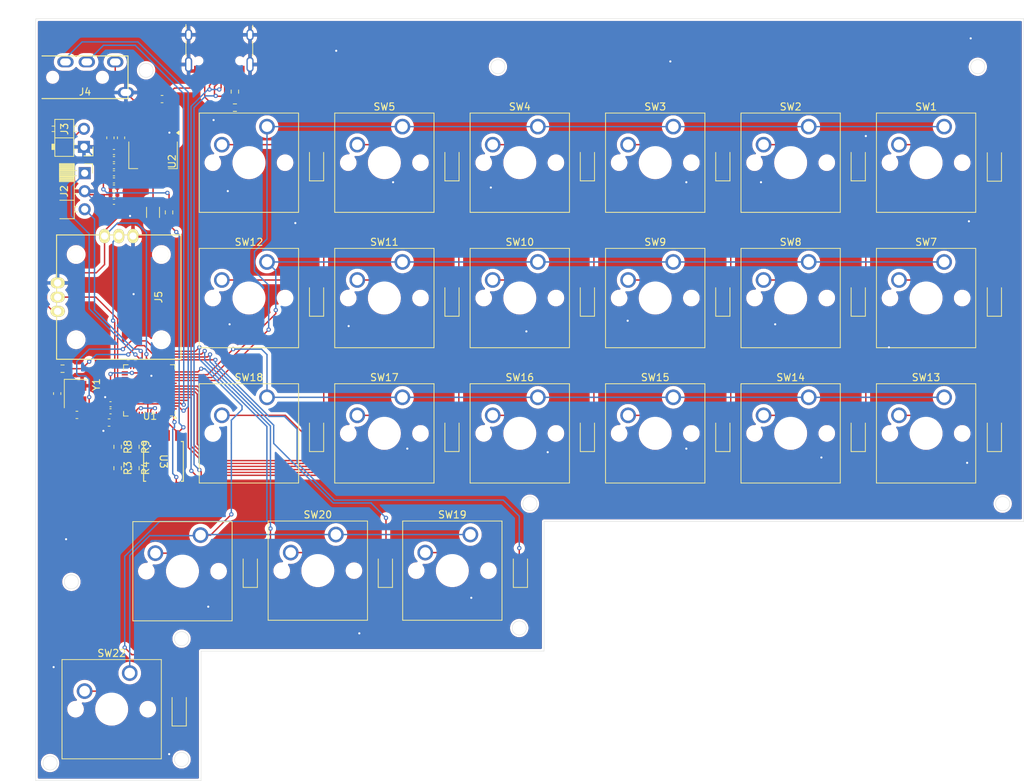
<source format=kicad_pcb>
(kicad_pcb (version 20241229) (generator "pcbnew") (generator_version "9.0")
  (layers (0 "F.Cu" signal) (2 "B.Cu" signal) (13 "F.Paste" user) (15 "B.Paste" user) (5 "F.SilkS" user "F.Silkscreen") (7 "B.SilkS" user "B.Silkscreen") (1 "F.Mask" user) (3 "B.Mask" user) (25 "Edge.Cuts" user))
  (net 0 "")
  (net 1 "VBUS")
  (net 2 "GND")
  (net 3 "+3.3V")
  (net 4 "+1V1")
  (net 5 "XIN")
  (net 6 "XOUT")
  (net 7 "Net-(D1-K)")
  (net 8 "col1")
  (net 9 "col2")
  (net 10 "Net-(D2-K)")
  (net 11 "Net-(D3-K)")
  (net 12 "col3")
  (net 13 "Net-(D4-K)")
  (net 14 "col4")
  (net 15 "col5")
  (net 16 "Net-(D5-K)")
  (net 17 "Net-(D6-K)")
  (net 18 "Net-(D7-K)")
  (net 19 "Net-(D8-K)")
  (net 20 "Net-(D9-K)")
  (net 21 "Net-(D10-K)")
  (net 22 "Net-(D11-K)")
  (net 23 "Net-(D12-K)")
  (net 24 "Net-(D13-K)")
  (net 25 "Net-(D14-K)")
  (net 26 "Net-(D15-K)")
  (net 27 "col6")
  (net 28 "Net-(D16-K)")
  (net 29 "Net-(D17-K)")
  (net 30 "Net-(D18-K)")
  (net 31 "Net-(J1-D+-PadA6)")
  (net 33 "Net-(J1-D--PadA7)")
  (net 34 "Net-(J1-CC2)")
  (net 36 "Net-(J1-CC1)")
  (net 37 "Net-(J2-Pin_1)")
  (net 38 "/USB_BOOT")
  (net 39 "GPIO23")
  (net 40 "GPIO22")
  (net 41 "GPIO20")
  (net 42 "GPIO17")
  (net 43 "GPIO16")
  (net 44 "GPIO18")
  (net 45 "GPIO21")
  (net 46 "GPIO19")
  (net 47 "GPIO27")
  (net 48 "colX1")
  (net 49 "GPIO25")
  (net 50 "Net-(D19-K)")
  (net 51 "colX2")
  (net 52 "GPIO26")
  (net 53 "Net-(D20-K)")
  (net 54 "GPIO24")
  (net 55 "GPIO29")
  (net 56 "GPIO28")
  (net 57 "colX3")
  (net 58 "USB_DM")
  (net 59 "USB_DP")
  (net 60 "QSPI_SS")
  (net 61 "row1")
  (net 62 "row2")
  (net 63 "row3")
  (net 64 "QSPI_SD0")
  (net 65 "QSPI_SD2")
  (net 66 "QSPI_SD3")
  (net 67 "Net-(J2-Pin_3)")
  (net 69 "GPIO1")
  (net 70 "QSPI_SCLK")
  (net 71 "GPIO0")
  (net 72 "QSPI_SD1")
  (net 73 "Net-(D21-K)")
  (net 74 "Net-(D22-K)")
  (net 75 "colX4")
  (net 76 "rowX")
  (net 77 "Net-(C16-Pad2)")
  (net 78 "Net-(R3-Pad1)")
  (net 79 "Net-(R4-Pad1)")
  (footprint "Capacitor_SMD:C_0603_1608Metric" (layer "F.Cu") (at 83.275 100)
    (property "Reference" "C15" (hide yes))
    (property "Value" "30p")
  )
  (footprint "Diode_SMD:D_SOD-123" (layer "F.Cu") (at 116.983762 83.749 90)
    (property "Reference" "D12" (hide yes))
    (property "Value" "D")
  )
  (footprint "Diode_SMD:D_SOD-123" (layer "F.Cu") (at 174.133762 83.749 90)
    (property "Reference" "D9" (hide yes))
    (property "Value" "D")
  )
  (footprint "Button_Switch_Keyboard:SW_Cherry_MX_1.00u_PCB" (layer "F.Cu") (at 110.013762 78.474)
    (property "Reference" "SW12")
    (property "Value" "SW_MEC_5G")
  )
  (footprint "Resistor_SMD:R_1206_3216Metric" (layer "F.Cu") (at 93.984762 71.5 90)
    (property "Reference" "R5" (hide yes))
    (property "Value" "Do not fit")
  )
  (footprint "Diode_SMD:D_SOD-123" (layer "F.Cu") (at 116.983762 64.699 90)
    (property "Reference" "D6" (hide yes))
    (property "Value" "D")
  )
  (footprint "Button_Switch_Keyboard:SW_Cherry_MX_1.00u_PCB" (layer "F.Cu") (at 186.213762 97.524)
    (property "Reference" "SW14")
    (property "Value" "SW_MEC_5G")
  )
  (footprint "Diode_SMD:D_SOD-123" (layer "F.Cu") (at 126.663762 121.924 90)
    (property "Reference" "D20" (hide yes))
    (property "Value" "D")
  )
  (footprint "Diode_SMD:D_SOD-123" (layer "F.Cu") (at 174.133762 64.699 90)
    (property "Reference" "D3" (hide yes))
    (property "Value" "D")
  )
  (footprint "Capacitor_SMD:C_0402_1005Metric" (layer "F.Cu") (at 88 99.5 180)
    (property "Reference" "C11" (hide yes))
    (property "Value" "100n" (hide yes))
  )
  (footprint "footprint:JT8P-3.2T- -1-16Y" (layer "F.Cu") (at 89.163762 83.424 90)
    (property "Reference" "J5")
    (property "Value" "Conn_01x04_Socket")
  )
  (footprint "Button_Switch_Keyboard:SW_Cherry_MX_1.00u_PCB" (layer "F.Cu") (at 110.013762 97.524)
    (property "Reference" "SW18")
    (property "Value" "SW_MEC_5G")
  )
  (footprint "Diode_SMD:D_SOD-123" (layer "F.Cu") (at 212.333762 102.799 90)
    (property "Reference" "D13" (hide yes))
    (property "Value" "D")
  )
  (footprint "Package_TO_SOT_SMD:SOT-223-3_TabPin2" (layer "F.Cu") (at 93.984762 63.424 -90)
    (property "Reference" "U2")
    (property "Value" "NCP1117-3.3_SOT223")
  )
  (footprint "Resistor_SMD:R_0603_1608Metric" (layer "F.Cu") (at 105.5 56.75 180)
    (property "Reference" "R2" (hide yes))
    (property "Value" "5.1k")
  )
  (footprint "Diode_SMD:D_SOD-123" (layer "F.Cu") (at 212.333762 64.744 90)
    (property "Reference" "D1" (hide yes))
    (property "Value" "D")
  )
  (footprint "footprint:SOIC_128JVSIM_WIN" (layer "F.Cu") (at 95.451464 106.546107 -90)
    (property "Reference" "U3")
    (property "Value" "W25Q128JVS")
  )
  (footprint "Button_Switch_Keyboard:SW_Cherry_MX_1.00u_PCB" (layer "F.Cu") (at 129.063762 97.524)
    (property "Reference" "SW17")
    (property "Value" "SW_MEC_5G")
  )
  (footprint "Capacitor_SMD:C_0603_1608Metric" (layer "F.Cu") (at 87.984762 61 -90)
    (property "Reference" "C10" (hide yes))
    (property "Value" "1u")
  )
  (footprint "Diode_SMD:D_SOD-123" (layer "F.Cu") (at 107.663762 121.924 90)
    (property "Reference" "D21" (hide yes))
    (property "Value" "D")
  )
  (footprint "Resistor_SMD:R_0603_1608Metric" (layer "F.Cu") (at 105.5 54.5 90)
    (property "Reference" "R1" (hide yes))
    (property "Value" "5.1k")
  )
  (footprint "Button_Switch_Keyboard:SW_Cherry_MX_1.00u_PCB" (layer "F.Cu") (at 119.703762 116.844)
    (property "Reference" "SW20")
    (property "Value" "SW_MEC_5G")
  )
  (footprint "footprint:MJ-4PP-9" (layer "F.Cu") (at 84.413762 52.424)
    (property "Reference" "J4")
    (property "Value" "AudioJack4")
  )
  (footprint "Button_Switch_Keyboard:SW_Cherry_MX_1.00u_PCB" (layer "F.Cu") (at 205.263762 59.424)
    (property "Reference" "SW1")
    (property "Value" "SW_MEC_5G")
  )
  (footprint "Capacitor_SMD:C_0402_1005Metric" (layer "F.Cu") (at 88.484762 67 180)
    (property "Reference" "C4" (hide yes))
    (property "Value" "100n")
  )
  (footprint "Connector_USB:USB_C_Receptacle_HRO_TYPE-C-31-M-12" (layer "F.Cu") (at 103.304762 47.55 180)
    (property "Reference" "J1" (hide yes))
    (property "Value" "TYPE-C-31-M-12")
  )
  (footprint "Capacitor_SMD:C_0402_1005Metric" (layer "F.Cu") (at 88.484762 66 180)
    (property "Reference" "C14" (hide yes))
    (property "Value" "100n")
  )
  (footprint "Button_Switch_Keyboard:SW_Cherry_MX_1.00u_PCB" (layer "F.Cu") (at 129.063762 78.474)
    (property "Reference" "SW11")
    (property "Value" "SW_MEC_5G")
  )
  (footprint "Diode_SMD:D_SOD-123" (layer "F.Cu") (at 136.033762 102.799 90)
    (property "Reference" "D17" (hide yes))
    (property "Value" "D")
  )
  (footprint "Diode_SMD:D_SOD-123" (layer "F.Cu") (at 136.033762 64.699 90)
    (property "Reference" "D5" (hide yes))
    (property "Value" "D")
  )
  (footprint "Diode_SMD:D_SOD-123" (layer "F.Cu") (at 145.663762 121.924 90)
    (property "Reference" "D19" (hide yes))
    (property "Value" "D")
  )
  (footprint "Button_Switch_Keyboard:SW_Cherry_MX_1.00u_PCB" (layer "F.Cu") (at 167.163762 78.474)
    (property "Reference" "SW9")
    (property "Value" "SW_MEC_5G")
  )
  (footprint "Button_Switch_Keyboard:SW_Cherry_MX_1.00u_PCB" (layer "F.Cu") (at 148.113762 78.474)
    (property "Reference" "SW10")
    (property "Value" "SW_MEC_5G")
  )
  (footprint "Diode_SMD:D_SOD-123" (layer "F.Cu") (at 136.033762 83.749 90)
    (property "Reference" "D11" (hide yes))
    (property "Value" "D")
  )
  (footprint "Button_Switch_Keyboard:SW_Cherry_MX_1.00u_PCB" (layer "F.Cu") (at 167.163762 97.524)
    (property "Reference" "SW15")
    (property "Value" "SW_MEC_5G")
  )
  (footprint "Diode_SMD:D_SOD-123" (layer "F.Cu") (at 155.083762 64.699 90)
    (property "Reference" "D4" (hide yes))
    (property "Value" "D")
  )
  (footprint "Button_Switch_Keyboard:SW_Cherry_MX_1.00u_PCB" (layer "F.Cu") (at 129.063762 59.424)
    (property "Reference" "SW5")
    (property "Value" "SW_MEC_5G")
  )
  (footprint "Capacitor_SMD:C_0402_1005Metric" (layer "F.Cu") (at 88.484762 69 180)
    (property "Reference" "C6" (hide yes))
    (property "Value" "100n")
  )
  (footprint "Package_DFN_QFN:QFN-56-1EP_7x7mm_P0.4mm_EP3.2x3.2mm" (layer "F.Cu") (at 93.45 96.55 180)
    (property "Reference" "U1")
    (property "Value" "RP2040")
  )
  (footprint "Resistor_SMD:R_0603_1608Metric" (layer "F.Cu") (at 91.5 104.5 -90)
    (property "Reference" "R9")
    (property "Value" "5.1")
  )
  (footprint "footprint:PinHeader_1x02_P2.54mm_Horizontal" (layer "F.Cu") (at 84.265238 62.275 180)
    (property "Reference" "J3")
    (property "Value" "Conn_01x02_Pin")
  )
  (footprint "Resistor_SMD:R_0603_1608Metric" (layer "F.Cu") (at 89 107.5 -90)
    (property "Reference" "R3")
    (property "Value" "22")
  )
  (footprint "Diode_SMD:D_SOD-123" (layer "F.Cu") (at 212.333762 83.749 90)
    (property "Reference" "D7" (hide yes))
    (property "Value" "D")
  )
  (footprint "Button_Switch_Keyboard:SW_Cherry_MX_1.00u_PCB" (layer "F.Cu") (at 205.263762 97.524)
    (property "Reference" "SW13")
    (property "Value" "SW_MEC_5G")
  )
  (footprint "Diode_SMD:D_SOD-123" (layer "F.Cu") (at 116.983762 102.799 90)
    (property "Reference" "D18" (hide yes))
    (property "Value" "D")
  )
  (footprint "Diode_SMD:D_SOD-123" (layer "F.Cu") (at 174.133762 102.799 90)
    (property "Reference" "D15" (hide yes))
    (property "Value" "D")
  )
  (footprint "Button_Switch_Keyboard:SW_Cherry_MX_1.00u_PCB" (layer "F.Cu") (at 186.213762 59.424)
    (property "Reference" "SW2")
    (property "Value" "SW_MEC_5G")
  )
  (footprint "Capacitor_SMD:C_0402_1005Metric" (layer "F.Cu") (at 88 98.5 180)
    (property "Reference" "C12" (hide yes))
    (property "Value" "100n" (hide yes))
  )
  (footprint "Diode_SMD:D_SOD-123" (layer "F.Cu") (at 193.183762 83.749 90)
    (property "Reference" "D8" (hide yes))
    (property "Value" "D")
  )
  (footprint "Diode_SMD:D_SOD-123" (layer "F.Cu") (at 193.183762 64.699 90)
    (property "Reference" "D2" (hide yes))
    (property "Value" "D")
  )
  (footprint "Button_Switch_Keyboard:SW_Cherry_MX_1.00u_PCB" (layer "F.Cu") (at 167.163762 59.424)
    (property "Reference" "SW3")
    (property "Value" "SW_MEC_5G")
  )
  (footprint "Capacitor_SMD:C_0603_1608Metric" (layer "F.Cu") (at 89.484762 61 -90)
    (property "Reference" "C2" (hide yes))
    (property "Value" "10u")
  )
  (footprint "Capacitor_SMD:C_0402_1005Metric" (layer "F.Cu") (at 88.484762 64 180)
    (property "Reference" "C9" (hide yes))
    (property "Value" "100n")
  )
  (footprint "Button_Switch_Keyboard:SW_Cherry_MX_1.00u_PCB" (layer "F.Cu") (at 148.113762 59.424)
    (property "Reference" "SW4")
    (property "Value" "SW_MEC_5G")
  )
  (footprint "Button_Switch_Keyboard:SW_Cherry_MX_1.00u_PCB" (layer "F.Cu") (at 110.013762 59.424)
    (property "Reference" "SW6" (hide yes))
    (property "Value" "SW_MEC_5G")
  )
  (footprint "Button_Switch_Keyboard:SW_Cherry_MX_1.00u_PCB" (layer "F.Cu") (at 186.213762 78.474)
    (property "Reference" "SW8")
    (property "Value" "SW_MEC_5G")
  )
  (footprint "Resistor_SMD:R_0603_1608Metric" (layer "F.Cu") (at 81.25 93.5)
    (property "Reference" "R7" (hide yes))
    (property "Value" "1k")
  )
  (footprint "Capacitor_SMD:C_0603_1608Metric" (layer "F.Cu") (at 87.801 101.076 180)
    (property "Reference" "C13" (hide yes))
    (property "Value" "1u")
  )
  (footprint "Capacitor_SMD:C_0402_1005Metric" (layer "F.Cu") (at 88.484762 68 180)
    (property "Reference" "C8" (hide yes))
    (property "Value" "100n")
  )
  (footprint "Resistor_SMD:R_0603_1608Metric" (layer "F.Cu") (at 89 104.5 -90)
    (property "Reference" "R8")
    (property "Value" "5.1")
  )
  (footprint "Diode_SMD:D_SOD-123" (layer "F.Cu") (at 97.663762 141.424 90)
    (property "Reference" "D22" (hide yes))
    (property "Value" "D")
  )
  (footprint "Capacitor_SMD:C_0402_1005Metric" (layer "F.Cu") (at 88.484762 63 180)
    (property "Reference" "C3" (hide yes))
    (property "Value" "100n")
  )
  (footprint "Capacitor_SMD:C_0603_1608Metric" (layer "F.Cu") (at 95.25 55.55 180)
    (property "Reference" "C1" (hide yes))
    (property "Value" "10u")
  )
  (footprint "Button_Switch_Keyboard:SW_Cherry_MX_1.00u_PCB" (layer "F.Cu") (at 90.703762 136.344)
    (property "Reference" "SW22")
    (property "Value" "SW_MEC_5G")
  )
  (footprint "Capacitor_SMD:C_0603_1608Metric" (layer "F.Cu") (at 80.5 97 90)
    (property "Reference" "C16" (hide yes))
    (property "Value" "30p")
  )
  (footprint "Diode_SMD:D_SOD-123" (layer "F.Cu") (at 155.083762 102.799 90)
    (property "Reference" "D16" (hide yes))
    (property "Value" "D")
  )
  (footprint "Resistor_SMD:R_0603_1608Metric" (layer "F.Cu") (at 91.5 107.5 -90)
    (property "Reference" "R4")
    (property "Value" "22")
  )
  (footprint "Diode_SMD:D_SOD-123" (layer "F.Cu") (at 155.083762 83.749 90)
    (property "Reference" "D10" (hide yes))
    (property "Value" "D")
  )
  (footprint "Resistor_SMD:R_0603_1608Metric" (layer "F.Cu") (at 96.234762 71.5 90)
    (property "Reference" "R6" (hide yes))
    (property "Value" "1k")
  )
  (footprint "footprint:PinSocket_1x03_P2.54mm_Horizontal" (layer "F.Cu") (at 84.365238 65.975)
    (property "Reference" "J2")
    (property "Value" "Conn_01x03_Socket")
  )
  (footprint "Diode_SMD:D_SOD-123" (layer "F.Cu") (at 193.183762 102.799 90)
    (property "Reference" "D14" (hide yes))
    (property "Value" "D")
  )
  (footprint "Capacitor_SMD:C_0402_1005Metric" (layer "F.Cu") (at 88.484762 70 180)
    (property "Reference" "C5" (hide yes))
    (property "Value" "100n")
  )
  (footprint "Crystal:Crystal_SMD_3225-4Pin_3.2x2.5mm" (layer "F.Cu") (at 83.15 97 -90)
    (property "Reference" "Y1")
    (property "Value" "ABLS-12.000MHZ-B4-T")
  )
  (footprint "Button_Switch_Keyboard:SW_Cherry_MX_1.00u_PCB" (layer "F.Cu") (at 138.623762 116.844)
    (property "Reference" "SW19")
    (property "Value" "SW_MEC_5G")
  )
  (footprint "Button_Switch_Keyboard:SW_Cherry_MX_1.00u_PCB" (layer "F.Cu") (at 205.263762 78.474)
    (property "Reference" "SW7")
    (property "Value" "SW_MEC_5G")
  )
  (footprint "Button_Switch_Keyboard:SW_Cherry_MX_1.00u_PCB" (layer "F.Cu") (at 148.113762 97.524)
    (property "Reference" "SW16")
    (property "Value" "SW_key")
  )
  (footprint "Button_Switch_Keyboard:SW_Cherry_MX_1.00u_PCB" (layer "F.Cu") (at 100.663762 116.924)
    (property "Reference" "SW21" (hide yes))
    (property "Value" "SW_MEC_5G")
  )
  (footprint "Capacitor_SMD:C_0402_1005Metric" (layer "F.Cu") (at 88.484762 65 180)
    (property "Reference" "C7" (hide yes))
    (property "Value" "100n")
  )
  (gr_line (start 148.984762 115) (end 148.984762 133.25) (stroke (width 0.05)) (layer "Edge.Cuts"))
  (gr_line (start 216.484762 46.5) (end 216.484762 44.25) (stroke (width 0.05)) (layer "Edge.Cuts"))
  (gr_line (start 216.484762 115) (end 148.984762 115) (stroke (width 0.05)) (layer "Edge.Cuts"))
  (gr_circle (center 98 148.5) (end 98 147.5) (stroke (width 0.05)) (fill no) (layer "Edge.Cuts"))
  (gr_circle (center 213.5 112.5) (end 213.5 111.5) (stroke (width 0.05)) (fill no) (layer "Edge.Cuts"))
  (gr_line (start 216.484762 44.25) (end 77.484762 44.25) (stroke (width 0.05)) (layer "Edge.Cuts"))
  (gr_line (start 77.484762 151.5) (end 100.734762 151.5) (stroke (width 0.05)) (layer "Edge.Cuts"))
  (gr_line (start 148.984762 133.25) (end 100.734762 133.25) (stroke (width 0.05)) (layer "Edge.Cuts"))
  (gr_line (start 100.734762 133.25) (end 100.734762 151.5) (stroke (width 0.05)) (layer "Edge.Cuts"))
  (gr_circle (center 82.5 123.5) (end 82.5 122.5) (stroke (width 0.05)) (fill no) (layer "Edge.Cuts"))
  (gr_circle (center 145.5 130) (end 145.5 129) (stroke (width 0.05)) (fill no) (layer "Edge.Cuts"))
  (gr_circle (center 147 112.5) (end 147 111.5) (stroke (width 0.05)) (fill no) (layer "Edge.Cuts"))
  (gr_line (start 77.484762 44.25) (end 77.484762 44.5) (stroke (width 0.05)) (layer "Edge.Cuts"))
  (gr_line (start 216.484762 46.5) (end 216.484762 115) (stroke (width 0.05)) (layer "Edge.Cuts"))
  (gr_circle (center 210 51) (end 210 50) (stroke (width 0.05)) (fill no) (layer "Edge.Cuts"))
  (gr_circle (center 79.5 149) (end 79.5 148) (stroke (width 0.05)) (fill no) (layer "Edge.Cuts"))
  (gr_circle (center 142.5 51) (end 142.5 50) (stroke (width 0.05)) (fill no) (layer "Edge.Cuts"))
  (gr_circle (center 93 51.5) (end 94 51.5) (stroke (width 0.05)) (fill no) (layer "Edge.Cuts"))
  (gr_circle (center 98 131.5) (end 99 131.5) (stroke (width 0.05)) (fill no) (layer "Edge.Cuts"))
  (gr_line (start 77.484762 44.5) (end 77.484762 151.5) (stroke (width 0.05)) (layer "Edge.Cuts"))
  (segment (start 105.477031 50.5) (end 105.754762 50.777731) (width 0.2) (layer "F.Cu") (net 1))
  (segment (start 105.754762 50.777731) (end 105.754762 51.595) (width 0.2) (layer "F.Cu") (net 1))
  (segment (start 97.25 62) (end 92.5 62) (width 0.2) (layer "F.Cu") (net 1))
  (segment (start 100.854762 52.645238) (end 99.5 54) (width 0.2) (layer "F.Cu") (net 1))
  (segment (start 100.854762 50.777731) (end 101.132493 50.5) (width 0.2) (layer "F.Cu") (net 1))
  (segment (start 101.132493 50.5) (end 105.477031 50.5) (width 0.2) (layer "F.Cu") (net 1))
  (segment (start 99.5 54) (end 97 54) (width 0.2) (layer "F.Cu") (net 1))
  (segment (start 100.854762 51.595) (end 100.854762 52.645238) (width 0.2) (layer "F.Cu") (net 1))
  (segment (start 96.025 54.975) (end 96.025 55.55) (width 0.2) (layer "F.Cu") (net 1))
  (segment (start 97.55 57.075) (end 97.55 61.7) (width 0.2) (layer "F.Cu") (net 1))
  (segment (start 92.5 62) (end 91.684762 61.184762) (width 0.2) (layer "F.Cu") (net 1))
  (segment (start 100.854762 51.595) (end 100.854762 50.777731) (width 0.2) (layer "F.Cu") (net 1))
  (segment (start 97 54) (end 96.025 54.975) (width 0.2) (layer "F.Cu") (net 1))
  (segment (start 97.55 61.7) (end 97.25 62) (width 0.2) (layer "F.Cu") (net 1))
  (segment (start 96.025 55.55) (end 97.55 57.075) (width 0.2) (layer "F.Cu") (net 1))
  (segment (start 91.684762 61.184762) (end 91.684762 60.274) (width 0.2) (layer "F.Cu") (net 1))
  (segment (start 91.213762 55.674) (end 93.413762 55.674) (width 0.2) (layer "F.Cu") (net 2))
  (segment (start 82.5 98.3) (end 82.3 98.1) (width 0.2) (layer "F.Cu") (net 2))
  (segment (start 87.984762 61.775) (end 87.984762 62.98) (width 0.2) (layer "F.Cu") (net 2))
  (segment (start 93.75 96.25) (end 93.45 96.55) (width 0.2) (layer "F.Cu") (net 2))
  (segment (start 87.52 98.5) (end 87.52 97.77) (width 0.2) (layer "F.Cu") (net 2))
  (segment (start 93.75 94.5) (end 93.75 96.25) (width 0.2) (layer "F.Cu") (net 2))
  (segment (start 93.413762 55.674) (end 93.413762 57.403) (width 0.2) (layer "F.Cu") (net 2))
  (segment (start 91.163762 72.413762) (end 90.75 72) (width 0.2) (layer "F.Cu") (net 2))
  (segment (start 106.379762 55.325) (end 106.554762 55.5) (width 0.2) (layer "F.Cu") (net 2))
  (segment (start 84.365238 68.515) (end 84.850238 69) (width 0.2) (layer "F.Cu") (net 2))
  (segment (start 91.163762 74.824) (end 91.163762 72.413762) (width 0.2) (layer "F.Cu") (net 2))
  (segment (start 87.026 99.994) (end 87.52 99.5) (width 0.2) (layer "F.Cu") (net 2))
  (segment (start 87.026 101.076) (end 87.026 99.994) (width 0.2) (layer "F.Cu") (net 2))
  (segment (start 87.984762 61.775) (end 89.484762 61.775) (width 0.2) (layer "F.Cu") (net 2))
  (segment (start 88.004762 70) (end 88.004762 63) (width 0.2) (layer "F.Cu") (net 2))
  (segment (start 84.850238 69) (end 88.004762 69) (width 0.2) (layer "F.Cu") (net 2))
  (segment (start 93.546464 104.342346) (end 93.583632 104.379514) (width 0.2) (layer "F.Cu") (net 2))
  (segment (start 87.52 97.77) (end 87.25 97.5) (width 0.2) (layer "F.Cu") (net 2))
  (segment (start 93.413762 57.403) (end 96.284762 60.274) (width 0.2) (layer "F.Cu") (net 2))
  (segment (start 91.163762 79.836238) (end 91.163762 74.824) (width 0.2) (layer "F.Cu") (net 2))
  (segment (start 94.45 95.55) (end 94.45 93.1125) (width 0.2) (layer "F.Cu") (net 2))
  (segment (start 84.265238 62.275) (end 87.484762 62.275) (width 0.2) (layer "F.Cu") (net 2))
  (segment (start 87 102.25) (end 87 101.102) (width 0.2) (layer "F.Cu") (net 2))
  (segment (start 82.5 100) (end 82.5 98.3) (width 0.2) (layer "F.Cu") (net 2))
  (segment (start 89.576 81.424) (end 91.163762 79.836238) (width 0.2) (layer "F.Cu") (net 2))
  (segment (start 93.45 96.55) (end 94.45 95.55) (width 0.2) (layer "F.Cu") (net 2))
  (segment (start 90.163762 54.624) (end 91.213762 55.674) (width 0.2) (layer "F.Cu") (net 2))
  (segment (start 87.484762 62.275) (end 87.984762 61.775) (width 0.2) (layer "F.Cu") (net 2))
  (segment (start 106.554762 55.5) (end 106.554762 56.520238) (width 0.2) (layer "F.Cu") (net 2))
  (segment (start 81.975 97.775) (end 82.3 98.1) (width 0.2) (layer "F.Cu") (net 2))
  (segment (start 105.5 55.325) (end 106.379762 55.325) (width 0.2) (layer "F.Cu") (net 2))
  (segment (start 87 101.102) (end 87.026 101.076) (width 0.2) (layer "F.Cu") (net 2))
  (segment (start 87.984762 62.98) (end 88.004762 63) (width 0.2) (layer "F.Cu") (net 2))
  (segment (start 80.5 97.775) (end 81.975 97.775) (width 0.2) (layer "F.Cu") (net 2))
  (segment (start 94.351 55.674) (end 94.475 55.55) (width 0.2) (layer "F.Cu") (net 2))
  (segment (start 87.52 98.5) (end 87.52 99.5) (width 0.2) (layer "F.Cu") (net 2))
  (segment (start 106.554762 51.595) (end 106.554762 55.5) (width 0.2) (layer "F.Cu") (net 2))
  (segment (start 93.546464 102.901207) (end 93.546464 104.342346) (width 0.2) (layer "F.Cu") (net 2))
  (segment (start 93.413762 55.674) (end 94.351 55.674) (width 0.2) (layer "F.Cu") (net 2))
  (segment (start 106.554762 56.520238) (end 106.325 56.75) (width 0.2) (layer "F.Cu") (net 2))
  (segment (start 80.563762 81.424) (end 89.576 81.424) (width 0.2) (layer "F.Cu") (net 2))
  (via (at 121.5 87.5) (size 0.6) (drill 0.3) (layers "F.Cu" "B.Cu") (net 2))
  (via (at 166.75 50.25) (size 0.6) (drill 0.3) (layers "F.Cu" "B.Cu") (net 2))
  (via (at 91.25 83) (size 0.6) (drill 0.3) (layers "F.Cu" "B.Cu") (net 2))
  (via (at 194.25 60.75) (size 0.6) (drill 0.3) (layers "F.Cu" "B.Cu") (net 2))
  (via (at 149.5 105.25) (size 0.6) (drill 0.3) (layers "F.Cu" "B.Cu") (net 2))
  (via (at 87 102.25) (size 0.6) (drill 0.3) (layers "F.Cu" "B.Cu") (net 2))
  (via (at 208.5 106.75) (size 0.6) (drill 0.3) (layers "F.Cu" "B.Cu") (net 2))
  (via (at 197.5 90.5) (size 0.6) (drill 0.3) (layers "F.Cu" "B.Cu") (net 2))
  (via (at 81.75 117.5) (size 0.6) (drill 0.3) (layers "F.Cu" "B.Cu") (net 2))
  (via (at 93.75 94.5) (size 0.6) (drill 0.3) (layers "F.Cu" "B.Cu") (net 2))
  (via (at 104.75 87.25) (size 0.6) (drill 0.3) (layers "F.Cu" "B.Cu") (net 2))
  (via (at 169 104.75) (size 0.6) (drill 0.3) (layers "F.Cu" "B.Cu") (net 2))
  (via (at 160.75 86.75) (size 0.6) (drill 0.3) (layers "F.Cu" "B.Cu") (net 2))
  (via (at 102.5 58.5) (size 0.6) (drill 0.3) (layers "F.Cu" "B.Cu") (net 2))
  (via (at 96.25 147.75) (size 0.6) (drill 0.3) (layers "F.Cu" "B.Cu") (net 2))
  (via (at 129.75 104.75) (size 0.6) (drill 0.3) (layers "F.Cu" "B.Cu") (net 2))
  (via (at 87.25 97.5) (size 0.6) (drill 0.3) (layers "F.Cu" "B.Cu") (net 2))
  (via (at 90.75 72) (size 0.6) (drill 0.3) (layers "F.Cu" "B.Cu") (net 2))
  (via (at 127.75 67.25) (size 0.6) (drill 0.3) (layers "F.Cu" "B.Cu") (net 2))
  (via (at 209 47) (size 0.6) (drill 0.3) (layers "F.Cu" "B.Cu") (net 2))
  (via (at 80 135.5) (size 0.6) (drill 0.3) (layers "F.Cu" "B.Cu") (net 2))
  (via (at 169 67.25) (size 0.6) (drill 0.3) (layers "F.Cu" "B.Cu") (net 2))
  (via (at 188 106) (size 0.6) (drill 0.3) (layers "F.Cu" "B.Cu") (net 2))
  (via (at 208.75 72.75) (size 0.6) (drill 0.3) (layers "F.Cu" "B.Cu") (net 2))
  (via (at 101.75 127) (size 0.6) (drill 0.3) (layers "F.Cu" "B.Cu") (net 2))
  (via (at 181.5 87.25) (size 0.6) (drill 0.3) (layers "F.Cu" "B.Cu") (net 2))
  (via (at 119.75 48.75) (size 0.6) (drill 0.3) (layers "F.Cu" "B.Cu") (net 2))
  (via (at 146.5 88.25) (size 0.6) (drill 0.3) (layers "F.Cu" "B.Cu") (net 2))
  (via (at 141.5 68) (size 0.6) (drill 0.3) (layers "F.Cu" "B.Cu") (net 2))
  (via (at 138.75 125.75) (size 0.6) (drill 0.3) (layers "F.Cu" "B.Cu") (net 2))
  (via (at 93.583632 104.379514) (size 0.6) (drill 0.3) (layers "F.Cu" "B.Cu") (net 2))
  (via (at 96.284762 60.274) (size 0.6) (drill 0.3) (layers "F.Cu" "B.Cu") (net 2))
  (via (at 104.5 68.5) (size 0.6) (drill 0.3) (layers "F.Cu" "B.Cu") (net 2))
  (via (at 114 73) (size 0.6) (drill 0.3) (layers "F.Cu" "B.Cu") (net 2))
  (via (at 123 130.75) (size 0.6) (drill 0.3) (layers "F.Cu" "B.Cu") (net 2))
  (via (at 179.5 67.25) (size 0.6) (drill 0.3) (layers "F.Cu" "B.Cu") (net 2))
  (segment (start 93.75 95.75) (end 93.75 94.5) (width 0.2) (layer "B.Cu") (net 2))
  (segment (start 87.850238 72) (end 84.365238 68.515) (width 0.2) (layer "B.Cu") (net 2))
  (segment (start 93.058762 63.5) (end 96.284762 60.274) (width 0.2) (layer "B.Cu") (net 2))
  (segment (start 87.75 97) (end 92.5 97) (width 0.2) (layer "B.Cu") (net 2))
  (segment (start 90.75 72) (end 87.850238 72) (width 0.2) (layer "B.Cu") (net 2))
  (segment (start 92.5 97) (end 93.75 95.75) (width 0.2) (layer "B.Cu") (net 2))
  (segment (start 93.583632 104.379514) (end 88.129514 104.379514) (width 0.2) (layer "B.Cu") (net 2))
  (segment (start 84.265238 62.275) (end 85.490238 63.5) (width 0.2) (layer "B.Cu") (net 2))
  (segment (start 88.129514 104.379514) (end 87 103.25) (width 0.2) (layer "B.Cu") (net 2))
  (segment (start 87.25 97.5) (end 87.75 97) (width 0.2) (layer "B.Cu") (net 2))
  (segment (start 87 103.25) (end 87 102.25) (width 0.2) (layer "B.Cu") (net 2))
  (segment (start 85.490238 63.5) (end 93.058762 63.5) (width 0.2) (layer "B.Cu") (net 2))
  (segment (start 95.9 99.15) (end 95.25 98.5) (width 0.2) (layer "F.Cu") (net 3))
  (segment (start 90.0125 99.15) (end 90.0125 99.7625) (width 0.2) (layer "F.Cu") (net 3))
  (segment (start 91.25 96) (end 91.25 98.25) (width 0.2) (layer "F.Cu") (net 3))
  (segment (start 91.25 99.9875) (end 91.25 99.5) (width 0.2) (layer "F.Cu") (net 3))
  (segment (start 91.25 98.5) (end 91.25 98.25) (width 0.2) (layer "F.Cu") (net 3))
  (segment (start 79.924 85.424) (end 80.563762 85.424) (width 0.2) (layer "F.Cu") (net 3))
  (segment (start 87.984762 58.25) (end 88.25 58.25) (width 0.2) (layer "F.Cu") (net 3))
  (segment (start 96.8875 99.15) (end 96.8875 100.8875) (width 0.2) (layer "F.Cu") (net 3))
  (segment (start 95.25 98.5) (end 95.75 98) (width 0.2) (layer "F.Cu") (net 3))
  (segment (start 79 84.5) (end 79.924 85.424) (width 0.2) (layer "F.Cu") (net 3))
  (segment (start 93.25 99.9875) (end 93.25 98.45) (width 0.2) (layer "F.Cu") (net 3))
  (segment (start 91.75 94.5) (end 92.75 94.5) (width 0.2) (layer "F.Cu") (net 3))
  (segment (start 90.0125 99.7625) (end 90.25 100) (width 0.2) (layer "F.Cu") (net 3))
  (segment (start 86 80) (end 79.75 80) (width 0.2) (layer "F.Cu") (net 3))
  (segment (start 97.25 110.084543) (end 97.356464 110.191007) (width 0.2) (layer "F.Cu") (net 3))
  (segment (start 88.964762 63) (end 88.964762 70) (width 0.2) (layer "F.Cu") (net 3))
  (segment (start 88.234762 58.25) (end 87.984762 58.5) (width 0.2) (layer "F.Cu") (net 3))
  (segment (start 87.163762 78.836238) (end 86 80) (width 0.2) (layer "F.Cu") (net 3))
  (segment (start 96.8875 99.15) (end 95.9 99.15) (width 0.2) (layer "F.Cu") (net 3))
  (segment (start 96.8875 100.8875) (end 97 101) (width 0.2) (layer "F.Cu") (net 3))
  (segment (start 96.2 95.55) (end 96.8875 95.55) (width 0.2) (layer "F.Cu") (net 3))
  (segment (start 88.964762 70) (end 88.964762 72.285238) (width 0.2) (layer "F.Cu") (net 3))
  (segment (start 79.75 80) (end 79 80.75) (width 0.2) (layer "F.Cu") (net 3))
  (segment (start 93.25 94) (end 93.25 93.1125) (width 0.2) (layer "F.Cu") (net 3))
  (segment (start 90.85 99.9875) (end 91.25 99.9875) (width 0.2) (layer "F.Cu") (net 3))
  (segment (start 93.25 93.1125) (end 93.25 92.204612) (width 0.2) (layer "F.Cu") (net 3))
  (segment (start 87.984762 58.25) (end 87.984762 58) (width 0.2) (layer "F.Cu") (net 3))
  (segment (start 88.663762 52.836238) (end 88.663762 50.324) (width 0.2) (layer "F.Cu") (net 3))
  (segment (start 90.8 95.45) (end 91.75 94.5) (width 0.2) (layer "F.Cu") (net 3))
  (segment (start 89.484762 60.225) (end 87.984762 60.225) (width 0.2) (layer "F.Cu") (net 3))
  (segment (start 88.964762 72.285238) (end 87.163762 74.086238) (width 0.2) (layer "F.Cu") (net 3))
  (segment (start 93.25 99.9875) (end 92.85 99.9875) (width 0.2) (layer "F.Cu") (net 3))
  (segment (start 89.975 60.225) (end 90.5 60.75) (width 0.2) (layer "F.Cu") (net 3))
  (segment (start 93.25 98.45) (end 91.3 98.45) (width 0.2) (layer "F.Cu") (net 3))
  (segment (start 90.2625 99.9875) (end 90.85 99.9875) (width 0.2) (layer "F.Cu") (net 3))
  (segment (start 90.5 62.5) (end 90 63) (width 0.2) (layer "F.Cu") (net 3))
  (segment (start 87.984762 58.25) (end 87.984762 53.515238) (width 0.2) (layer "F.Cu") (net 3))
  (segment (start 95.9 99.15) (end 95.2 98.45) (width 0.2) (layer "F.Cu") (net 3))
  (segment (start 87.163762 74.824) (end 87.163762 78.836238) (width 0.2) (layer "F.Cu") (net 3))
  (segment (start 90.8 95.55) (end 90.8 95.45) (width 0.2) (layer "F.Cu") (net 3))
  (segment (start 91.3 98.45) (end 91.25 98.5) (width 0.2) (layer "F.Cu") (net 3))
  (segment (start 90.8 95.55) (end 91.25 96) (width 0.2) (layer "F.Cu") (net 3))
  (segment (start 95.75 98) (end 95.75 96) (width 0.2) (layer "F.Cu") (net 3))
  (segment (start 93.050721 92.005333) (end 93.050721 91.450002) (width 0.2) (layer "F.Cu") (net 3))
  (segment (start 91.25 99.5) (end 91.25 98.75) (width 0.2) (layer "F.Cu") (net 3))
  (segment (start 89.484762 60.225) (end 89.975 60.225) (width 0.2) (layer "F.Cu") (net 3))
  (segment (start 87.984762 53.515238) (end 88.663762 52.836238) (width 0.2) (layer "F.Cu") (net 3))
  (segment (start 88.234762 58.25) (end 87.984762 58) (width 0.2) (layer "F.Cu") (net 3))
  (segment (start 90.0125 95.55) (end 90.8 95.55) (width 0.2) (layer "F.Cu") (net 3))
  (segment (start 88.25 58.25) (end 91.960762 58.25) (width 0.2) (layer "F.Cu") (net 3))
  (segment (start 93.25 92.204612) (end 93.050721 92.005333) (width 0.2) (layer "F.Cu") (net 3))
  (segment (start 79 80.75) (end 79 84.5) (width 0.2) (layer "F.Cu") (net 3))
  (segment (start 92.75 94.5) (end 93.25 94) (width 0.2) (layer "F.Cu") (net 3))
  (segment (start 93.984762 70.0375) (end 89.002262 70.0375) (width 0.2) (layer "F.Cu") (net 3))
  (segment (start 87.984762 60.225) (end 87.984762 58.5) (width 0.2) (layer "F.Cu") (net 3))
  (segment (start 89.002262 70.0375) (end 88.964762 70) (width 0.2) (layer "F.Cu") (net 3))
  (segment (start 97.25 108.75) (end 97.25 110.084543) (width 0.2) (layer "F.Cu") (net 3))
  (segment (start 87.163762 74.086238) (end 87.163762 74.824) (width 0.2) (layer "F.Cu") (net 3))
  (segment (start 95.75 96) (end 96.2 95.55) (width 0.2) (layer "F.Cu") (net 3))
  (segment (start 90.25 100) (end 90.2625 99.9875) (width 0.2) (layer "F.Cu") (net 3))
  (segment (start 90 63) (end 88.964762 63) (width 0.2) (layer "F.Cu") (net 3))
  (segment (start 93.984762 70.0375) (end 93.984762 66.574) (width 0.2) (layer "F.Cu") (net 3))
  (segment (start 90.5 60.75) (end 90.5 62.5) (width 0.2) (layer "F.Cu") (net 3))
  (segment (start 91.960762 58.25) (end 93.984762 60.274) (width 0.2) (layer "F.Cu") (net 3))
  (segment (start 91.25 98.75) (end 91.25 98.5) (width 0.2) (layer "F.Cu") (net 3))
  (segment (start 87.984762 58.5) (end 87.984762 58.25) (width 0.2) (layer "F.Cu") (net 3))
  (segment (start 88.25 58.25) (end 88.234762 58.25) (width 0.2) (layer "F.Cu") (net 3))
  (segment (start 90.85 99.9875) (end 90.85 99.65) (width 0.2) (layer "F.Cu") (net 3))
  (segment (start 95.2 98.45) (end 93.25 98.45) (width 0.2) (layer "F.Cu") (net 3))
  (via (at 97 101) (size 0.6) (drill 0.3) (layers "F.Cu" "B.Cu") (net 3))
  (via (at 93.050721 91.450002) (size 0.6) (drill 0.3) (layers "F.Cu" "B.Cu") (net 3))
  (via (at 97.25 108.75) (size 0.6) (drill 0.3) (layers "F.Cu" "B.Cu") (net 3))
  (segment (start 88.987762 73) (end 87.163762 74.824) (width 0.2) (layer "B.Cu") (net 3))
  (segment (start 97 101) (end 97 101.75) (width 0.2) (layer "B.Cu") (net 3))
  (segment (start 93.050721 91.450002) (end 93.050721 74.300721) (width 0.2) (layer "B.Cu") (net 3))
  (segment (start 91.75 73) (end 88.987762 73) (width 0.2) (layer "B.Cu") (net 3))
  (segment (start 93.050721 74.300721) (end 91.75 73) (width 0.2) (layer "B.Cu") (net 3))
  (segment (start 96.75 102) (end 96.75 108.25) (width 0.2) (layer "B.Cu") (net 3))
  (segment (start 96.75 108.25) (end 97.25 108.75) (width 0.2) (layer "B.Cu") (net 3))
  (segment (start 97 101.75) (end 96.75 102) (width 0.2) (layer "B.Cu") (net 3))
  (segment (start 91.65 99.35) (end 91.94412 99.05588) (width 0.2) (layer "F.Cu") (net 4))
  (segment (start 91.65 99.9875) (end 91.65 100.704818) (width 0.2) (layer "F.Cu") (net 4))
  (segment (start 93.94412 99.05588) (end 94.252472 99.05588) (width 0.2) (layer "F.Cu") (net 4))
  (segment (start 92.592534 94.09178) (end 91.009999 94.09178) (width 0.2) (layer "F.Cu") (net 4))
  (segment (start 88.48 100.98) (end 88.576 101.076) (width 0.2) (layer "F.Cu") (net 4))
  (segment (start 88.48 98.23) (end 88 97.75) (width 0.2) (layer "F.Cu") (net 4))
  (segment (start 88 97.75) (end 88 94.25) (width 0.2) (layer "F.Cu") (net 4))
  (segment (start 92.85 93.1125) (end 92.85 93.834314) (width 0.2) (layer "F.Cu") (net 4))
  (segment (start 93.65 99.35) (end 93.94412 99.05588) (width 0.2) (layer "F.Cu") (net 4))
  (segment (start 91.65 99.9875) (end 91.65 99.35) (width 0.2) (layer "F.Cu") (net 4))
  (segment (start 88.48 98.5) (end 88.48 99.5) (width 0.2) (layer "F.Cu") (net 4))
  (segment (start 90.930555 101.424263) (end 88.924263 101.424263) (width 0.2) (layer "F.Cu") (net 4))
  (segment (start 92.85 93.834314) (end 92.717157 93.967157) (width 0.2) (layer "F.Cu") (net 4))
  (segment (start 91.65 100.704818) (end 90.930555 101.424263) (width 0.2) (layer "F.Cu") (net 4))
  (segment (start 92.717157 93.967157) (end 92.592534 94.09178) (width 0.2) (layer "F.Cu") (net 4))
  (segment (start 91.94412 99.05588) (end 92.273367 99.05588) (width 0.2) (layer "F.Cu") (net 4))
  (segment (start 88.48 98.5) (end 88.48 98.23) (width 0.2) (layer "F.Cu") (net 4))
  (segment (start 88.924263 101.424263) (end 88.576 101.076) (width 0.2) (layer "F.Cu") (net 4))
  (segment (start 93.65 99.9875) (end 93.65 99.35) (width 0.2) (layer "F.Cu") (net 4))
  (segment (start 88.48 99.5) (end 88.48 100.98) (width 0.2) (layer "F.Cu") (net 4))
  (via (at 92.273367 99.05588) (size 0.6) (drill 0.3) (layers "F.Cu" "B.Cu") (net 4))
  (via (at 91.009999 94.09178) (size 0.6) (drill 0.3) (layers "F.Cu" "B.Cu") (net 4))
  (via (at 94.252472 99.05588) (size 0.6) (drill 0.3) (layers "F.Cu" "B.Cu") (net 4))
  (via (at 88 94.25) (size 0.6) (drill 0.3) (layers "F.Cu" "B.Cu") (net 4))
  (segment (start 94.252472 99.05588) (end 92.273367 99.05588) (width 0.2) (layer "B.Cu") (net 4))
  (segment (start 91.009999 94.09178) (end 88.15822 94.09178) (width 0.2) (layer "B.Cu") (net 4))
  (segment (start 88.15822 94.09178) (end 88 94.25) (width 0.2) (layer "B.Cu") (net 4))
  (segment (start 94.05 92.2) (end 94.05 93.1125) (width 0.2) (layer "F.Cu") (net 5))
  (segment (start 84 98.1) (end 84.4 98.5) (width 0.2) (layer "F.Cu") (net 5))
  (segment (start 89.75 90.75) (end 90.916397 89.583603) (width 0.2) (layer "F.Cu") (net 5))
  (segment (start 94.5 91) (end 94.5 91.75) (width 0.2) (layer "F.Cu") (net 5))
  (segment (start 85 99.05) (end 85 98.5) (width 0.2) (layer "F.Cu") (net 5))
  (segment (start 84.05 100) (end 85 99.05) (width 0.2) (layer "F.Cu") (net 5))
  (segment (start 85 98.5) (end 85 97.5) (width 0.2) (layer "F.Cu") (net 5))
  (segment (start 90.916397 89.583603) (end 93.083603 89.583603) (width 0.2) (layer "F.Cu") (net 5))
  (segment (start 84.05 100) (end 84.05 98.15) (width 0.2) (layer "F.Cu") (net 5))
  (segment (start 84.05 98.15) (end 84 98.1) (width 0.2) (layer "F.Cu") (net 5))
  (segment (start 93.083603 89.583603) (end 94.5 91) (width 0.2) (layer "F.Cu") (net 5))
  (segment (start 84.4 98.5) (end 85 98.5) (width 0.2) (layer "F.Cu") (net 5))
  (segment (start 94.5 91.75) (end 94.05 92.2) (width 0.2) (layer "F.Cu") (net 5))
  (via (at 85 97.5) (size 0.6) (drill 0.3) (layers "F.Cu" "B.Cu") (net 5))
  (via (at 89.75 90.75) (size 0.6) (drill 0.3) (layers "F.Cu" "B.Cu") (net 5))
  (segment (start 83.25 94.25) (end 83.5 94.5) (width 0.2) (layer "B.Cu") (net 5))
  (segment (start 83.25 92.5) (end 83.25 94.25) (width 0.2) (layer "B.Cu") (net 5))
  (segment (start 83.5 94.5) (end 84.5 94.5) (width 0.2) (layer "B.Cu") (net 5))
  (segment (start 84.5 94.5) (end 85 95) (width 0.2) (layer "B.Cu") (net 5))
  (segment (start 85 90.75) (end 83.25 92.5) (width 0.2) (layer "B.Cu") (net 5))
  (segment (start 85 95) (end 85 97.5) (width 0.2) (layer "B.Cu") (net 5))
  (segment (start 89.75 90.75) (end 85 90.75) (width 0.2) (layer "B.Cu") (net 5))
  (segment (start 90.5 91.5) (end 91.75 90.25) (width 0.2) (layer "F.Cu") (net 6))
  (segment (start 93.967157 91.467157) (end 93.967157 91.717157) (width 0.2) (layer "F.Cu") (net 6))
  (segment (start 93.65 92.034314) (end 93.65 93.1125) (width 0.2) (layer "F.Cu") (net 6))
  (segment (start 84 93.5) (end 82.075 93.5) (width 0.2) (layer "F.Cu") (net 6))
  (segment (start 92.75 90.25) (end 93.967157 91.467157) (width 0.2) (layer "F.Cu") (net 6))
  (segment (start 91.75 90.25) (end 92.75 90.25) (width 0.2) (layer "F.Cu") (net 6))
  (segment (start 93.967157 91.717157) (end 93.65 92.034314) (width 0.2) (layer "F.Cu") (net 6))
  (segment (start 84 93.5) (end 85 92.5) (width 0.2) (layer "F.Cu") (net 6))
  (via (at 85 92.5) (size 0.6) (drill 0.3) (layers "F.Cu" "B.Cu") (net 6))
  (via (at 90.5 91.5) (size 0.6) (drill 0.3) (layers "F.Cu" "B.Cu") (net 6))
  (segment (start 86 91.5) (end 87 91.5) (width 0.2) (layer "B.Cu") (net 6))
  (segment (start 90.5 91.5) (end 87 91.5) (width 0.2) (layer "B.Cu") (net 6))
  (segment (start 85 92.5) (end 86 91.5) (width 0.2) (layer "B.Cu") (net 6))
  (segment (start 207.903762 61.964) (end 212.333762 66.394) (width 0.2) (layer "F.Cu") (net 7))
  (segment (start 198.913762 61.964) (end 207.903762 61.964) (width 0.2) (layer "F.Cu") (net 7))
  (segment (start 210.497961 108.502039) (end 213.5 105.5) (width 0.2) (layer "F.Cu") (net 8))
  (segment (start 98.895653 97.95) (end 98.945653 98) (width 0.2) (layer "F.Cu") (net 8))
  (segment (start 213.25 82.75) (end 213.25 100.232762) (width 0.2) (layer "F.Cu") (net 8))
  (segment (start 213.25 64.010238) (end 212.333762 63.094) (width 0.2) (layer "F.Cu") (net 8))
  (segment (start 212.599 82.099) (end 213.25 82.75) (width 0.2) (layer "F.Cu") (net 8))
  (segment (start 213.25 81.5) (end 213.25 64.010238) (width 0.2) (layer "F.Cu") (net 8))
  (segment (start 212.333762 101.149) (end 213.5 102.315238) (width 0.2) (layer "F.Cu") (net 8))
  (segment (start 212.651 82.099) (end 213.25 81.5) (width 0.2) (layer "F.Cu") (net 8))
  (segment (start 213.5 102.315238) (end 213.5 105.5) (width 0.2) (layer "F.Cu") (net 8))
  (segment (start 212.333762 82.099) (end 212.651 82.099) (width 0.2) (layer "F.Cu") (net 8))
  (segment (start 212.333762 82.099) (end 212.599 82.099) (width 0.2) (layer "F.Cu") (net 8))
  (segment (start 96.8875 97.95) (end 98.895653 97.95) (width 0.2) (layer "F.Cu") (net 8))
  (segment (start 213.25 100.232762) (end 212.333762 101.149) (width 0.2) (layer "F.Cu") (net 8))
  (segment (start 98.945653 104.599274) (end 102.848418 108.502039) (width 0.2) (layer "F.Cu") (net 8))
  (segment (start 102.848418 108.502039) (end 210.497961 108.502039) (width 0.2) (layer "F.Cu") (net 8))
  (segment (start 98.945653 98) (end 98.945653 104.599274) (width 0.2) (layer "F.Cu") (net 8))
  (segment (start 99.345653 104.411338) (end 103.036354 108.102039) (width 0.2) (layer "F.Cu") (net 9))
  (segment (start 99.345653 97.55) (end 99.345653 104.411338) (width 0.2) (layer "F.Cu") (net 9))
  (segment (start 193.183762 101.149) (end 194.5 102.465238) (width 0.2) (layer "F.Cu") (net 9))
  (segment (start 193.349 82.099) (end 194.25 83) (width 0.2) (layer "F.Cu") (net 9))
  (segment (start 194.25 64) (end 194.25 81.032762) (width 0.2) (layer "F.Cu") (net 9))
  (segment (start 194.25 100.082762) (end 193.183762 101.149) (width 0.2) (layer "F.Cu") (net 9))
  (segment (start 194.5 102.465238) (end 194.5 105.25) (width 0.2) (layer "F.Cu") (net 9))
  (segment (start 193.183762 63.049) (end 193.299 63.049) (width 0.2) (layer "F.Cu") (net 9))
  (segment (start 103.036354 108.102039) (end 191.647961 108.102039) (width 0.2) (layer "F.Cu") (net 9))
  (segment (start 191.647961 108.102039) (end 194.5 105.25) (width 0.2) (layer "F.Cu") (net 9))
  (segment (start 194.25 81.032762) (end 193.183762 82.099) (width 0.2) (layer "F.Cu") (net 9))
  (segment (start 194.25 83) (end 194.25 100.082762) (width 0.2) (layer "F.Cu") (net 9))
  (segment (start 96.8875 97.55) (end 99.345653 97.55) (width 0.2) (layer "F.Cu") (net 9))
  (segment (start 193.299 63.049) (end 194.25 64) (width 0.2) (layer "F.Cu") (net 9))
  (segment (start 193.183762 82.099) (end 193.349 82.099) (width 0.2) (layer "F.Cu") (net 9))
  (segment (start 179.863762 61.964) (end 188.798762 61.964) (width 0.2) (layer "F.Cu") (net 10))
  (segment (start 188.798762 61.964) (end 193.183762 66.349) (width 0.2) (layer "F.Cu") (net 10))
  (segment (start 160.813762 61.964) (end 169.748762 61.964) (width 0.2) (layer "F.Cu") (net 11))
  (segment (start 169.748762 61.964) (end 174.133762 66.349) (width 0.2) (layer "F.Cu") (net 11))
  (segment (start 175.25 100.032762) (end 174.133762 101.149) (width 0.2) (layer "F.Cu") (net 12))
  (segment (start 175.25 80.982762) (end 174.133762 82.099) (width 0.2) (layer "F.Cu") (net 12))
  (segment (start 175.25 64.165238) (end 175.25 80.982762) (width 0.2) (layer "F.Cu") (net 12))
  (segment (start 99.75 104.25) (end 103.201002 107.701002) (width 0.2) (layer "F.Cu") (net 12))
  (segment (start 99.65 97.15) (end 99.75 97.25) (width 0.2) (layer "F.Cu") (net 12))
  (segment (start 174.133762 63.049) (end 175.25 64.165238) (width 0.2) (layer "F.Cu") (net 12))
  (segment (start 175.5 102.515238) (end 175.5 105.25) (width 0.2) (layer "F.Cu") (net 12))
  (segment (start 96.8875 97.15) (end 99.65 97.15) (width 0.2) (layer "F.Cu") (net 12))
  (segment (start 103.201002 107.701002) (end 173.048998 107.701002) (width 0.2) (layer "F.Cu") (net 12))
  (segment (start 99.75 97.25) (end 99.75 104.25) (width 0.2) (layer "F.Cu") (net 12))
  (segment (start 173.048998 107.701002) (end 175.5 105.25) (width 0.2) (layer "F.Cu") (net 12))
  (segment (start 174.133762 82.099) (end 174.349 82.099) (width 0.2) (layer "F.Cu") (net 12))
  (segment (start 174.349 82.099) (end 175.25 83) (width 0.2) (layer "F.Cu") (net 12))
  (segment (start 175.25 83) (end 175.25 100.032762) (width 0.2) (layer "F.Cu") (net 12))
  (segment (start 174.133762 101.149) (end 175.5 102.515238) (width 0.2) (layer "F.Cu") (net 12))
  (segment (start 141.763762 61.964) (end 150.698762 61.964) (width 0.2) (layer "F.Cu") (net 13))
  (segment (start 150.698762 61.964) (end 155.083762 66.349) (width 0.2) (layer "F.Cu") (net 13))
  (segment (start 103.33669 107.25) (end 154.5 107.25) (width 0.2) (layer "F.Cu") (net 14))
  (segment (start 155.083762 63.049) (end 156 63.965238) (width 0.2) (layer "F.Cu") (net 14))
  (segment (start 156 81.182762) (end 155.083762 82.099) (width 0.2) (layer "F.Cu") (net 14))
  (segment (start 156 100.25) (end 155.982762 100.25) (width 0.2) (layer "F.Cu") (net 14))
  (segment (start 99.868628 96.75) (end 100.2 97.081372) (width 0.2) (layer "F.Cu") (net 14))
  (segment (start 155.982762 100.25) (end 155.083762 101.149) (width 0.2) (layer "F.Cu") (net 14))
  (segment (start 155.083762 82.099) (end 156 83.015238) (width 0.2) (layer "F.Cu") (net 14))
  (segment (start 100.2 104.11331) (end 103.33669 107.25) (width 0.2) (layer "F.Cu") (net 14))
  (segment (start 154.5 107.25) (end 156.25 105.5) (width 0.2) (layer "F.Cu") (net 14))
  (segment (start 96.8875 96.75) (end 99.868628 96.75) (width 0.2) (layer "F.Cu") (net 14))
  (segment (start 100.2 97.081372) (end 100.2 104.11331) (width 0.2) (layer "F.Cu") (net 14))
  (segment (start 156 63.965238) (end 156 81.182762) (width 0.2) (layer "F.Cu") (net 14))
  (segment (start 156 83.015238) (end 156 100.25) (width 0.2) (layer "F.Cu") (net 14))
  (segment (start 155.083762 101.149) (end 156.25 102.315238) (width 0.2) (layer "F.Cu") (net 14))
  (segment (start 156.25 102.315238) (end 156.25 105.5) (width 0.2) (layer "F.Cu") (net 14))
  (segment (start 137.25 102.365238) (end 137.25 105.5) (width 0.2) (layer "F.Cu") (net 15))
  (segment (start 137 83.065238) (end 137 100.182762) (width 0.2) (layer "F.Cu") (net 15))
  (segment (start 136.033762 101.149) (end 137.25 102.365238) (width 0.2) (layer "F.Cu") (net 15))
  (segment (start 137 81.132762) (end 136.033762 82.099) (width 0.2) (layer "F.Cu") (net 15))
  (segment (start 137 64) (end 137 81.132762) (width 0.2) (layer "F.Cu") (net 15))
  (segment (start 96.8875 96.35) (end 100.034314 96.35) (width 0.2) (layer "F.Cu") (net 15))
  (segment (start 135.912602 106.837398) (end 137.25 105.5) (width 0.2) (layer "F.Cu") (net 15))
  (segment (start 137 100.182762) (end 136.033762 101.149) (width 0.2) (layer "F.Cu") (net 15))
  (segment (start 136.033762 63.049) (end 136.049 63.049) (width 0.2) (layer "F.Cu") (net 15))
  (segment (start 100.6 96.915686) (end 100.6 103.947624) (width 0.2) (layer "F.Cu") (net 15))
  (segment (start 100.034314 96.35) (end 100.6 96.915686) (width 0.2) (layer "F.Cu") (net 15))
  (segment (start 136.049 63.049) (end 137 64) (width 0.2) (layer "F.Cu") (net 15))
  (segment (start 100.6 103.947624) (end 103.489774 106.837398) (width 0.2) (layer "F.Cu") (net 15))
  (segment (start 103.489774 106.837398) (end 135.912602 106.837398) (width 0.2) (layer "F.Cu") (net 15))
  (segment (start 136.033762 82.099) (end 137 83.065238) (width 0.2) (layer "F.Cu") (net 15))
  (segment (start 131.648762 61.964) (end 136.033762 66.349) (width 0.2) (layer "F.Cu") (net 16))
  (segment (start 122.713762 61.964) (end 131.648762 61.964) (width 0.2) (layer "F.Cu") (net 16))
  (segment (start 112.598762 61.964) (end 116.983762 66.349) (width 0.2) (layer "F.Cu") (net 17))
  (segment (start 103.663762 61.964) (end 112.598762 61.964) (width 0.2) (layer "F.Cu") (net 17))
  (segment (start 198.913762 81.014) (end 207.948762 81.014) (width 0.2) (layer "F.Cu") (net 18))
  (segment (start 207.948762 81.014) (end 212.333762 85.399) (width 0.2) (layer "F.Cu") (net 18))
  (segment (start 188.798762 81.014) (end 193.183762 85.399) (width 0.2) (layer "F.Cu") (net 19))
  (segment (start 179.863762 81.014) (end 188.798762 81.014) (width 0.2) (layer "F.Cu") (net 19))
  (segment (start 169.748762 81.014) (end 174.133762 85.399) (width 0.2) (layer "F.Cu") (net 20))
  (segment (start 160.813762 81.014) (end 169.748762 81.014) (width 0.2) (layer "F.Cu") (net 20))
  (segment (start 150.698762 81.014) (end 155.083762 85.399) (width 0.2) (layer "F.Cu") (net 21))
  (segment (start 141.763762 81.014) (end 150.698762 81.014) (width 0.2) (layer "F.Cu") (net 21))
  (segment (start 131.648762 81.014) (end 136.033762 85.399) (width 0.2) (layer "F.Cu") (net 22))
  (segment (start 122.713762 81.014) (end 131.648762 81.014) (width 0.2) (layer "F.Cu") (net 22))
  (segment (start 112.598762 81.014) (end 116.983762 85.399) (width 0.2) (layer "F.Cu") (net 23))
  (segment (start 103.663762 81.014) (end 112.598762 81.014) (width 0.2) (layer "F.Cu") (net 23))
  (segment (start 198.913762 100.064) (end 207.948762 100.064) (width 0.2) (layer "F.Cu") (net 24))
  (segment (start 207.948762 100.064) (end 212.333762 104.449) (width 0.2) (layer "F.Cu") (net 24))
  (segment (start 179.863762 100.064) (end 188.798762 100.064) (width 0.2) (layer "F.Cu") (net 25))
  (segment (start 188.798762 100.064) (end 193.183762 104.449) (width 0.2) (layer "F.Cu") (net 25))
  (segment (start 160.813762 100.064) (end 169.748762 100.064) (width 0.2) (layer "F.Cu") (net 26))
  (segment (start 169.748762 100.064) (end 174.133762 104.449) (width 0.2) (layer "F.Cu") (net 26))
  (segment (start 103.687398 106.437398) (end 117.062602 106.437398) (width 0.2) (layer "F.Cu") (net 27))
  (segment (start 116.983762 63.049) (end 118 64.065238) (width 0.2) (layer "F.Cu") (net 27))
  (segment (start 101 103.75) (end 103.687398 106.437398) (width 0.2) (layer "F.Cu") (net 27))
  (segment (start 118 102.165238) (end 116.983762 101.149) (width 0.2) (layer "F.Cu") (net 27))
  (segment (start 117.062602 106.437398) (end 118 105.5) (width 0.2) (layer "F.Cu") (net 27))
  (segment (start 118 105.5) (end 118 102.165238) (width 0.2) (layer "F.Cu") (net 27))
  (segment (start 116.983762 82.099) (end 118 83.115238) (width 0.2) (layer "F.Cu") (net 27))
  (segment (start 118 100.132762) (end 116.983762 101.149) (width 0.2) (layer "F.Cu") (net 27))
  (segment (start 118 64.065238) (end 118 81.082762) (width 0.2) (layer "F.Cu") (net 27))
  (segment (start 101 96.75) (end 101 103.75) (width 0.2) (layer "F.Cu") (net 27))
  (segment (start 96.8875 95.95) (end 100.2 95.95) (width 0.2) (layer "F.Cu") (net 27))
  (segment (start 118 81.082762) (end 116.983762 82.099) (width 0.2) (layer "F.Cu") (net 27))
  (segment (start 118 83.115238) (end 118 100.132762) (width 0.2) (layer "F.Cu") (net 27))
  (segment (start 100.2 95.95) (end 101 96.75) (width 0.2) (layer "F.Cu") (net 27))
  (segment (start 141.763762 100.064) (end 150.698762 100.064) (width 0.2) (layer "F.Cu") (net 28))
  (segment (start 150.698762 100.064) (end 155.083762 104.449) (width 0.2) (layer "F.Cu") (net 28))
  (segment (start 122.713762 100.064) (end 131.648762 100.064) (width 0.2) (layer "F.Cu") (net 29))
  (segment (start 131.648762 100.064) (end 136.033762 104.449) (width 0.2) (layer "F.Cu") (net 29))
  (segment (start 103.663762 100.064) (end 112.598762 100.064) (width 0.2) (layer "F.Cu") (net 30))
  (segment (start 112.598762 100.064) (end 116.983762 104.449) (width 0.2) (layer "F.Cu") (net 30))
  (segment (start 101.925 53.625) (end 101.925 54.2) (width 0.2) (layer "F.Cu") (net 31))
  (segment (start 91.5 108.325) (end 91.5 111.5) (width 0.2) (layer "F.Cu") (net 31))
  (segment (start 103.554762 51.595) (end 103.554762 53.945238) (width 0.2) (layer "F.Cu") (net 31))
  (segment (start 100 112) (end 100 108.5) (width 0.2) (layer "F.Cu") (net 31))
  (segment (start 99.375 107.875) (end 99.25 107.75) (width 0.2) (layer "F.Cu") (net 31))
  (segment (start 91.5 111.5) (end 93 113) (width 0.2) (layer "F.Cu") (net 31))
  (segment (start 100 108.5) (end 99.375 107.875) (width 0.2) (layer "F.Cu") (net 31))
  (segment (start 102.554762 51.595) (end 102.554762 52.995238) (width 0.2) (layer "F.Cu") (net 31))
  (segment (start 102.554762 52.995238) (end 102.25 53.3) (width 0.2) (layer "F.Cu") (net 31))
  (segment (start 93 113) (end 99 113) (width 0.2) (layer "F.Cu") (net 31))
  (segment (start 103.554762 53.945238) (end 103.3 54.2) (width 0.2) (layer "F.Cu") (net 31))
  (segment (start 102.25 53.3) (end 101.925 53.625) (width 0.2) (layer "F.Cu") (net 31))
  (segment (start 99 113) (end 100 112) (width 0.2) (layer "F.Cu") (net 31))
  (via (at 99.375 107.875) (size 0.6) (drill 0.3) (layers "F.Cu" "B.Cu") (net 31))
  (via (at 101.925 54.2) (size 0.6) (drill 0.3) (layers "F.Cu" "B.Cu") (net 31))
  (via (at 103.3 54.2) (size 0.6) (drill 0.3) (layers "F.Cu" "B.Cu") (net 31))
  (segment (start 101.925 54.2) (end 103.3 54.2) (width 0.2) (layer "B.Cu") (net 31))
  (segment (start 99.331792 107.831792) (end 99.375 107.875) (width 0.2) (layer "B.Cu") (net 31))
  (segment (start 99.331792 56.575) (end 99.331792 107.831792) (width 0.2) (layer "B.Cu") (net 31))
  (segment (start 101.706792 54.2) (end 99.331792 56.575) (width 0.2) (layer "B.Cu") (net 31))
  (segment (start 101.925 54.2) (end 101.706792 54.2) (width 0.2) (layer "B.Cu") (net 31))
  (segment (start 104.054762 51.595) (end 104.054762 54.945238) (width 0.2) (layer "F.Cu") (net 33))
  (segment (start 99.25 113.75) (end 100.75 112.25) (width 0.2) (layer "F.Cu") (net 33))
  (segment (start 103.054762 53.370238) (end 102.625 53.8) (width 0.2) (layer "F.Cu") (net 33))
  (segment (start 102.625 54.925) (end 102.8 55.1) (width 0.2) (layer "F.Cu") (net 33))
  (segment (start 93 113.75) (end 99.25 113.75) (width 0.2) (layer "F.Cu") (net 33))
  (segment (start 102.85 55.15) (end 103.85 55.15) (width 0.2) (layer "F.Cu") (net 33))
  (segment (start 100.75 112.25) (end 100.75 108) (width 0.2) (layer "F.Cu") (net 33))
  (segment (start 100.75 108) (end 100.5 107.75) (width 0.2) (layer "F.Cu") (net 33))
  (segment (start 104.054762 54.945238) (end 103.85 55.15) (width 0.2) (layer "F.Cu") (net 33))
  (segment (start 103.054762 51.595) (end 103.054762 53.370238) (width 0.2) (layer "F.Cu") (net 33))
  (segment (start 89 108.325) (end 89 109.75) (width 0.2) (layer "F.Cu") (net 33))
  (segment (start 102.625 53.8) (end 102.625 54.925) (width 0.2) (layer "F.Cu") (net 33))
  (segment (start 102.8 55.1) (end 102.85 55.15) (width 0.2) (layer "F.Cu") (net 33))
  (segment (start 89 109.75) (end 93 113.75) (width 0.2) (layer "F.Cu") (net 33))
  (via (at 100.5 107.75) (size 0.6) (drill 0.3) (layers "F.Cu" "B.Cu") (net 33))
  (via (at 102.8 55.1) (size 0.6) (drill 0.3) (layers "F.Cu" "B.Cu") (net 33))
  (segment (start 101.4 55.1) (end 99.75 56.75) (width 0.2) (layer "B.Cu") (net 33))
  (segment (start 102.8 55.1) (end 101.4 55.1) (width 0.2) (layer "B.Cu") (net 33))
  (segment (start 100.5 107.75) (end 99.75 107) (width 0.2) (layer "B.Cu") (net 33))
  (segment (start 99.75 107) (end 99.75 56.75) (width 0.2) (layer "B.Cu") (net 33))
  (segment (start 104.675 56.75) (end 102.75 56.75) (width 0.2) (layer "F.Cu") (net 34))
  (segment (start 101.554762 53.195238) (end 101.554762 51.595) (width 0.2) (layer "F.Cu") (net 34))
  (segment (start 102.75 56.75) (end 101.25 55.25) (width 0.2) (layer "F.Cu") (net 34))
  (segment (start 101.25 53.5) (end 101.554762 53.195238) (width 0.2) (layer "F.Cu") (net 34))
  (segment (start 101.25 55.25) (end 101.25 53.5) (width 0.2) (layer "F.Cu") (net 34))
  (segment (start 104.554762 52.729762) (end 105.5 53.675) (width 0.2) (layer "F.Cu") (net 36))
  (segment (start 104.554762 51.595) (end 104.554762 52.729762) (width 0.2) (layer "F.Cu") (net 36))
  (segment (start 92.05 93.1125) (end 92.05 92.05) (width 0.2) (layer "F.Cu") (net 37))
  (segment (start 92.05 92.05) (end 91.5 91.5) (width 0.2) (layer "F.Cu") (net 37))
  (via (at 91.5 91.5) (size 0.6) (drill 0.3) (layers "F.Cu" "B.Cu") (net 37))
  (segment (start 84.365238 65.975) (end 82.5 67.840238) (width 0.2) (layer "B.Cu") (net 37))
  (segment (start 85 74.5) (end 85 85.065686) (width 0.2) (layer "B.Cu") (net 37))
  (segment (start 91.434314 91.5) (end 91.5 91.5) (width 0.2) (layer "B.Cu") (net 37))
  (segment (start 85 85.065686) (end 91.434314 91.5) (width 0.2) (layer "B.Cu") (net 37))
  (segment (start 82.5 72) (end 85 74.5) (width 0.2) (layer "B.Cu") (net 37))
  (segment (start 82.5 67.840238) (end 82.5 72) (width 0.2) (layer "B.Cu") (net 37))
  (segment (start 86.5 64.25) (end 83.25 64.25) (width 0.2) (layer "F.Cu") (net 38))
  (segment (start 87 68.25) (end 87 64.75) (width 0.2) (layer "F.Cu") (net 38))
  (segment (start 96.234762 68.984762) (end 96 68.75) (width 0.2) (layer "F.Cu") (net 38))
  (segment (start 83.25 64.25) (end 82.75 63.75) (width 0.2) (layer "F.Cu") (net 38))
  (segment (start 84.015 59.735) (end 84.265238 59.735) (width 0.2) (layer "F.Cu") (net 38))
  (segment (start 87 64.75) (end 86.5 64.25) (width 0.2) (layer "F.Cu") (net 38))
  (segment (start 96.234762 70.675) (end 96.234762 68.984762) (width 0.2) (layer "F.Cu") (net 38))
  (segment (start 82.75 61) (end 84.015 59.735) (width 0.2) (layer "F.Cu") (net 38))
  (segment (start 82.75 63.75) (end 82.75 61) (width 0.2) (layer "F.Cu") (net 38))
  (via (at 87 68.25) (size 0.6) (drill 0.3) (layers "F.Cu" "B.Cu") (net 38))
  (via (at 96 68.75) (size 0.6) (drill 0.3) (layers "F.Cu" "B.Cu") (net 38))
  (segment (start 96 68.75) (end 87.5 68.75) (width 0.2) (layer "B.Cu") (net 38))
  (segment (start 87.5 68.75) (end 87 68.25) (width 0.2) (layer "B.Cu") (net 38))
  (segment (start 88.600144 86.975083) (end 88.357926 86.732865) (width 0.2) (layer "F.Cu") (net 47))
  (segment (start 88.884315 97.95) (end 88.775586 97.841271) (width 0.2) (layer "F.Cu") (net 47))
  (segment (start 88.600144 96.002163) (end 88.600144 86.975083) (width 0.2) (layer "F.Cu") (net 47))
  (segment (start 90.0125 97.95) (end 89.2 97.95) (width 0.2) (layer "F.Cu") (net 47))
  (segment (start 88.600144 97.665829) (end 88.600144 96.002163) (width 0.2) (layer "F.Cu") (net 47))
  (segment (start 88.775586 97.841271) (end 88.600144 97.665829) (width 0.2) (layer "F.Cu") (net 47))
  (segment (start 89.2 97.95) (end 88.884315 97.95) (width 0.2) (layer "F.Cu") (net 47))
  (via (at 88.357926 86.732865) (size 0.6) (drill 0.3) (layers "F.Cu" "B.Cu") (net 47))
  (segment (start 88.357926 75.629836) (end 89.163762 74.824) (width 0.2) (layer "B.Cu") (net 47))
  (segment (start 88.357926 86.732865) (end 88.357926 75.629836) (width 0.2) (layer "B.Cu") (net 47))
  (segment (start 96.05 92.45) (end 96.25 92.25) (width 0.2) (layer "F.Cu") (net 48))
  (segment (start 145.5 118.75) (end 145.5 120.110238) (width 0.2) (layer "F.Cu") (net 48))
  (segment (start 96.25 92.25) (end 99 92.25) (width 0.2) (layer "F.Cu") (net 48))
  (segment (start 99 92.25) (end 102.75 92.25) (width 0.2) (layer "F.Cu") (net 48))
  (segment (start 145.5 120.110238) (end 145.663762 120.274) (width 0.2) (layer "F.Cu") (net 48))
  (segment (start 96.05 93.1125) (end 96.05 92.45) (width 0.2) (layer "F.Cu") (net 48))
  (via (at 102.75 92.25) (size 0.6) (drill 0.3) (layers "F.Cu" "B.Cu") (net 48))
  (via (at 145.5 118.75) (size 0.6) (drill 0.3) (layers "F.Cu" "B.Cu") (net 48))
  (segment (start 114.5 107) (end 119.5 112) (width 0.2) (layer "B.Cu") (net 48))
  (segment (start 110.282843 100.217157) (end 112.467157 100.217157) (width 0.2) (layer "B.Cu") (net 48))
  (segment (start 119.5 112) (end 143.25 112) (width 0.2) (layer "B.Cu") (net 48))
  (segment (start 114.25 106.75) (end 114.5 107) (width 0.2) (layer "B.Cu") (net 48))
  (segment (start 114.25 102) (end 114.25 106.75) (width 0.2) (layer "B.Cu") (net 48))
  (segment (start 112.467157 100.217157) (end 114.25 102) (width 0.2) (layer "B.Cu") (net 48))
  (segment (start 145.5 114.25) (end 145.5 118.75) (width 0.2) (layer "B.Cu") (net 48))
  (segment (start 107.532843 97.467157) (end 110.282843 100.217157) (width 0.2) (layer "B.Cu") (net 48))
  (segment (start 102.75 92.25) (end 102.75 92.684314) (width 0.2) (layer "B.Cu") (net 48))
  (segment (start 143.25 112) (end 145.5 114.25) (width 0.2) (layer "B.Cu") (net 48))
  (segment (start 102.75 92.684314) (end 107.532843 97.467157) (width 0.2) (layer "B.Cu") (net 48))
  (segment (start 141.473762 119.384) (end 132.273762 119.384) (width 0.2) (layer "F.Cu") (net 50))
  (segment (start 145.663762 123.574) (end 141.473762 119.384) (width 0.2) (layer "F.Cu") (net 50))
  (segment (start 101.65 91.85) (end 102 91.5) (width 0.2) (layer "F.Cu") (net 51))
  (segment (start 96.084315 91.85) (end 99 91.85) (width 0.2) (layer "F.Cu") (net 51))
  (segment (start 126.75 114.5) (end 126.75 120.187762) (width 0.2) (layer "F.Cu") (net 51))
  (segment (start 126.75 120.187762) (end 126.663762 120.274) (width 0.2) (layer "F.Cu") (net 51))
  (segment (start 95.65 93.1125) (end 95.65 92.284315) (width 0.2) (layer "F.Cu") (net 51))
  (segment (start 99 91.85) (end 101.65 91.85) (width 0.2) (layer "F.Cu") (net 51))
  (segment (start 99 91.85) (end 99.011323 91.85) (width 0.2) (layer "F.Cu") (net 51))
  (segment (start 95.65 92.284315) (end 96.084315 91.85) (width 0.2) (layer "F.Cu") (net 51))
  (via (at 126.75 114.5) (size 0.6) (drill 0.3) (layers "F.Cu" "B.Cu") (net 51))
  (via (at 102 91.5) (size 0.6) (drill 0.3) (layers "F.Cu" "B.Cu") (net 51))
  (segment (start 102 92.5) (end 110.952305 101.452305) (width 0.2) (layer "B.Cu") (net 51))
  (segment (start 119.334314 112.4) (end 124.687967 112.4) (width 0.2) (layer "B.Cu") (net 51))
  (segment (start 124.687967 112.4) (end 124.687967 112.437967) (width 0.2) (layer "B.Cu") (net 51))
  (segment (start 110.952305 104.017991) (end 119.334314 112.4) (width 0.2) (layer "B.Cu") (net 51))
  (segment (start 102 91.5) (end 102 92.5) (width 0.2) (layer "B.Cu") (net 51))
  (segment (start 110.952305 101.452305) (end 110.952305 104.017991) (width 0.2) (layer "B.Cu") (net 51))
  (segment (start 124.687967 112.437967) (end 126.75 114.5) (width 0.2) (layer "B.Cu") (net 51))
  (segment (start 89 97.5) (end 89 86.5) (width 0.2) (layer "F.Cu") (net 52))
  (segment (start 89 86.5) (end 85.924 83.424) (width 0.2) (layer "F.Cu") (net 52))
  (segment (start 85.924 83.424) (end 80.563762 83.424) (width 0.2) (layer "F.Cu") (net 52))
  (segment (start 89.05 97.55) (end 89 97.5) (width 0.2) (layer "F.Cu") (net 52))
  (segment (start 90.0125 97.55) (end 89.05 97.55) (width 0.2) (layer "F.Cu") (net 52))
  (segment (start 122.473762 119.384) (end 113.353762 119.384) (width 0.2) (layer "F.Cu") (net 53))
  (segment (start 126.663762 123.574) (end 122.473762 119.384) (width 0.2) (layer "F.Cu") (net 53))
  (segment (start 95.918628 91.45) (end 99 91.45) (width 0.2) (layer "F.Cu") (net 57))
  (segment (start 100.8 91.45) (end 101.25 91) (width 0.2) (layer "F.Cu") (net 57))
  (segment (start 95.25 93.1125) (end 95.25 92.118629) (width 0.2) (layer "F.Cu") (net 57))
  (segment (start 107.663762 120.274) (end 110.5 117.437762) (width 0.2) (layer "F.Cu") (net 57))
  (segment (start 99 91.45) (end 100.8 91.45) (width 0.2) (layer "F.Cu") (net 57))
  (segment (start 95.309314 92.059314) (end 95.918628 91.45) (width 0.2) (layer "F.Cu") (net 57))
  (segment (start 95.25 92.118629) (end 95.309314 92.059314) (width 0.2) (layer "F.Cu") (net 57))
  (segment (start 110.5 117.437762) (end 110.5 116) (width 0.2) (layer "F.Cu") (net 57))
  (via (at 110.5 116) (size 0.6) (drill 0.3) (layers "F.Cu" "B.Cu") (net 57))
  (via (at 101.25 91) (size 0.6) (drill 0.3) (layers "F.Cu" "B.Cu") (net 57))
  (segment (start 101.25 92.338363) (end 105.080819 96.169181) (width 0.2) (layer "B.Cu") (net 57))
  (segment (start 105.080819 96.169181) (end 105.103495 96.169181) (width 0.2) (layer "B.Cu") (net 57))
  (segment (start 101.25 91) (end 101.25 92.338363) (width 0.2) (layer "B.Cu") (net 57))
  (segment (start 110.5 101.565686) (end 110.5 116) (width 0.2) (layer "B.Cu") (net 57))
  (segment (start 105.103495 96.169181) (end 110.5 101.565686) (width 0.2) (layer "B.Cu") (net 57))
  (segment (start 91.095504 101.825) (end 92.05 100.870504) (width 0.2) (layer "F.Cu") (net 58))
  (segment (start 89 102.803435) (end 89.978435 101.825) (width 0.2) (layer "F.Cu") (net 58))
  (segment (start 92.05 100.870504) (end 92.05 99.9875) (width 0.2) (layer "F.Cu") (net 58))
  (segment (start 89.978435 101.825) (end 91.095504 101.825) (width 0.2) (layer "F.Cu") (net 58))
  (segment (start 89 103.675) (end 89 102.803435) (width 0.2) (layer "F.Cu") (net 58))
  (segment (start 92.45 101.036191) (end 91.493095 101.993095) (width 0.2) (layer "F.Cu") (net 59))
  (segment (start 91.5 103.675) (end 91.493095 103.668095) (width 0.2) (layer "F.Cu") (net 59))
  (segment (start 91.493095 103.668095) (end 91.493095 101.993095) (width 0.2) (layer "F.Cu") (net 59))
  (segment (start 92.45 99.9875) (end 92.45 101.036191) (width 0.2) (layer "F.Cu") (net 59))
  (segment (start 96.234762 72.9625) (end 96.234762 73.234762) (width 0.2) (layer "F.Cu") (net 60))
  (segment (start 97.356464 102.384202) (end 97.356464 102.901207) (width 0.2) (layer "F.Cu") (net 60))
  (segment (start 98 102) (end 98.25 101.75) (width 0.2) (layer "F.Cu") (net 60))
  (segment (start 97.356464 102.901207) (end 97.356464 102.643536) (width 0.2) (layer "F.Cu") (net 60))
  (segment (start 97.356464 102.643536) (end 98 102) (width 0.2) (layer "F.Cu") (net 60))
  (segment (start 96.05 99.9875) (end 96.05 101.077738) (width 0.2) (layer "F.Cu") (net 60))
  (segment (start 96.234762 73.234762) (end 97.25 74.25) (width 0.2) (layer "F.Cu") (net 60))
  (segment (start 96.05 101.077738) (end 97.356464 102.384202) (width 0.2) (layer "F.Cu") (net 60))
  (segment (start 96.234762 72.325) (end 96.234762 72.9625) (width 0.2) (layer "F.Cu") (net 60))
  (segment (start 93.984762 72.9625) (end 96.234762 72.9625) (width 0.2) (layer "F.Cu") (net 60))
  (via (at 97.25 74.25) (size 0.6) (drill 0.3) (layers "F.Cu" "B.Cu") (net 60))
  (via (at 98.25 101.75) (size 0.6) (drill 0.3) (layers "F.Cu" "B.Cu") (net 60))
  (segment (start 97.656348 97.951384) (end 97.656348 74.656348) (width 0.2) (layer "B.Cu") (net 60))
  (segment (start 98.25 101.75) (end 97.656348 101.156348) (width 0.2) (layer "B.Cu") (net 60))
  (segment (start 97.656348 101.156348) (end 97.656348 97.951384) (width 0.2) (layer "B.Cu") (net 60))
  (segment (start 97.656348 74.656348) (end 97.25 74.25) (width 0.2) (layer "B.Cu") (net 60))
  (segment (start 101.85 95.15) (end 103.1 95.15) (width 0.2) (layer "F.Cu") (net 61))
  (segment (start 96.8875 95.15) (end 101.85 95.15) (width 0.2) (layer "F.Cu") (net 61))
  (segment (start 103.1 95.15) (end 110.25 88) (width 0.2) (layer "F.Cu") (net 61))
  (via (at 110.25 88) (size 0.6) (drill 0.3) (layers "F.Cu" "B.Cu") (net 61))
  (segment (start 108.25 77) (end 110.013762 75.236238) (width 0.2) (layer "B.Cu") (net 61))
  (segment (start 110.013762 75.236238) (end 110.013762 59.424) (width 0.2) (layer "B.Cu") (net 61))
  (segment (start 110.25 88) (end 110.25 81.75) (width 0.2) (layer "B.Cu") (net 61))
  (segment (start 110.25 81.75) (end 108.25 79.75) (width 0.2) (layer "B.Cu") (net 61))
  (segment (start 108.25 79.75) (end 108.25 79.5) (width 0.2) (layer "B.Cu") (net 61))
  (segment (start 205.263762 59.424) (end 110.013762 59.424) (width 0.2) (layer "B.Cu") (net 61))
  (segment (start 108.25 79.5) (end 108.25 77) (width 0.2) (layer "B.Cu") (net 61))
  (segment (start 111.25 85.75) (end 111.25 85.25) (width 0.2) (layer "F.Cu") (net 62))
  (segment (start 96.8875 94.75) (end 101.25 94.75) (width 0.2) (layer "F.Cu") (net 62))
  (segment (start 101.25 94.75) (end 102.25 94.75) (width 0.2) (layer "F.Cu") (net 62))
  (segment (start 102.25 94.75) (end 103 94) (width 0.2) (layer "F.Cu") (net 62))
  (segment (start 103 94) (end 111.25 85.75) (width 0.2) (layer "F.Cu") (net 62))
  (via (at 111.25 85.25) (size 0.6) (drill 0.3) (layers "F.Cu" "B.Cu") (net 62))
  (segment (start 111.25 85.25) (end 111.25 79.710238) (width 0.2) (layer "B.Cu") (net 62))
  (segment (start 110.013762 78.474) (end 205.263762 78.474) (width 0.2) (layer "B.Cu") (net 62))
  (segment (start 111.25 79.710238) (end 110.013762 78.474) (width 0.2) (layer "B.Cu") (net 62))
  (segment (start 101.65 94.35) (end 102.25 93.75) (width 0.2) (layer "F.Cu") (net 63))
  (segment (start 96.8875 94.35) (end 101.65 94.35) (width 0.2) (layer "F.Cu") (net 63))
  (segment (start 102.25 93.75) (end 105.25 90.75) (width 0.2) (layer "F.Cu") (net 63))
  (via (at 105.25 90.75) (size 0.6) (drill 0.3) (layers "F.Cu" "B.Cu") (net 63))
  (segment (start 105.25 90.75) (end 109.25 90.75) (width 0.2) (layer "B.Cu") (net 63))
  (segment (start 110.013762 91.513762) (end 110.013762 97.524) (width 0.2) (layer "B.Cu") (net 63))
  (segment (start 109.25 90.75) (end 110.013762 91.513762) (width 0.2) (layer "B.Cu") (net 63))
  (segment (start 205.263762 97.524) (end 110.013762 97.524) (width 0.2) (layer "B.Cu") (net 63))
  (segment (start 110 97.510238) (end 110.013762 97.524) (width 0.2) (layer "B.Cu") (net 63))
  (segment (start 94.85 99.9875) (end 94.85 101.071136) (width 0.2) (layer "F.Cu") (net 64))
  (segment (start 94.122262 101.798874) (end 94.122262 103.999367) (width 0.2) (layer "F.Cu") (net 64))
  (segment (start 94.122262 103.999367) (end 94.281222 104.158327) (width 0.2) (layer "F.Cu") (net 64))
  (segment (start 93.546464 109.453536) (end 93.546464 110.191007) (width 0.2) (layer "F.Cu") (net 64))
  (segment (start 94.281222 108.718778) (end 93.546464 109.453536) (width 0.2) (layer "F.Cu") (net 64))
  (segment (start 94.281222 104.158327) (end 94.281222 108.718778) (width 0.2) (layer "F.Cu") (net 64))
  (segment (start 94.85 101.071136) (end 94.122262 101.798874) (width 0.2) (layer "F.Cu") (net 64))
  (segment (start 95.25 99.9875) (end 95.25 101.272262) (width 0.2) (layer "F.Cu") (net 65))
  (segment (start 94.816464 101.705798) (end 94.816464 102.901207) (width 0.2) (layer "F.Cu") (net 65))
  (segment (start 95.25 101.272262) (end 94.816464 101.705798) (width 0.2) (layer "F.Cu") (net 65))
  (segment (start 96.086464 110.935798) (end 95.122262 111.9) (width 0.2) (layer "F.Cu") (net 66))
  (segment (start 94.05 100.722262) (end 93.333055 101.439207) (width 0.2) (layer "F.Cu") (net 66))
  (segment (start 95.122262 111.9) (end 92.551876 111.9) (width 0.2) (layer "F.Cu") (net 66))
  (segment (start 92.551876 101.5) (end 92.551876 111.9) (width 0.2) (layer "F.Cu") (net 66))
  (segment (start 93.333055 101.439207) (end 92.612669 101.439207) (width 0.2) (layer "F.Cu") (net 66))
  (segment (start 94.05 99.9875) (end 94.05 100.722262) (width 0.2) (layer "F.Cu") (net 66))
  (segment (start 92.612669 101.439207) (end 92.551876 101.5) (width 0.2) (layer "F.Cu") (net 66))
  (segment (start 96.086464 110.191007) (end 96.086464 110.935798) (width 0.2) (layer "F.Cu") (net 66))
  (segment (start 92.45 91.2) (end 92.25 91) (width 0.2) (layer "F.Cu") (net 67))
  (segment (start 92.45 93.1125) (end 92.45 91.2) (width 0.2) (layer "F.Cu") (net 67))
  (via (at 92.25 91) (size 0.6) (drill 0.3) (layers "F.Cu" "B.Cu") (net 67))
  (segment (start 91.25 90.75) (end 85.75 85.25) (width 0.2) (layer "B.Cu") (net 67))
  (segment (start 85.75 85.25) (end 85.75 72.439762) (width 0.2) (layer "B.Cu") (net 67))
  (segment (start 92 90.75) (end 91.25 90.75) (width 0.2) (layer "B.Cu") (net 67))
  (segment (start 85.75 72.439762) (end 84.365238 71.055) (width 0.2) (layer "B.Cu") (net 67))
  (segment (start 92.25 91) (end 92 90.75) (width 0.2) (layer "B.Cu") (net 67))
  (segment (start 98.071043 98.571043) (end 98.299695 98.571043) (width 0.2) (layer "F.Cu") (net 69))
  (segment (start 97.85 98.35) (end 98.071043 98.571043) (width 0.2) (layer "F.Cu") (net 69))
  (segment (start 96.8875 98.35) (end 97.85 98.35) (width 0.2) (layer "F.Cu") (net 69))
  (via (at 98.299695 98.571043) (size 0.6) (drill 0.3) (layers "F.Cu" "B.Cu") (net 69))
  (segment (start 87.01261 47.975152) (end 91.475152 47.975152) (width 0.2) (layer "B.Cu") (net 69))
  (segment (start 84.663762 50.324) (end 87.01261 47.975152) (width 0.2) (layer "B.Cu") (net 69))
  (segment (start 91.475152 47.975152) (end 98.299695 54.799695) (width 0.2) (layer "B.Cu") (net 69))
  (segment (start 98.299695 54.799695) (end 98.299695 98.571043) (width 0.2) (layer "B.Cu") (net 69))
  (segment (start 94.45 99.9875) (end 94.45 100.887947) (width 0.2) (layer "F.Cu") (net 70))
  (segment (start 92.951876 111.4) (end 92.951876 102.048124) (width 0.2) (layer "F.Cu") (net 70))
  (segment (start 94.037947 101.3) (end 94.037947 101.30126) (width 0.2) (layer "F.Cu") (net 70))
  (segment (start 92.951876 102.048124) (end 92.951876 102.037208) (width 0.2) (layer "F.Cu") (net 70))
  (segment (start 94.45 100.887947) (end 94.037947 101.3) (width 0.2) (layer "F.Cu") (net 70))
  (segment (start 94.816464 110.191007) (end 94.816464 110.955798) (width 0.2) (layer "F.Cu") (net 70))
  (segment (start 93.149877 101.839207) (end 93.5 101.839207) (width 0.2) (layer "F.Cu") (net 70))
  (segment (start 94.816464 110.955798) (end 94.372262 111.4) (width 0.2) (layer "F.Cu") (net 70))
  (segment (start 94.037947 101.30126) (end 93.5 101.839207) (width 0.2) (layer "F.Cu") (net 70))
  (segment (start 92.951876 102.037208) (end 93.149877 101.839207) (width 0.2) (layer "F.Cu") (net 70))
  (segment (start 94.372262 111.4) (end 92.951876 111.4) (width 0.2) (layer "F.Cu") (net 70))
  (segment (start 98.153876 99.403876) (end 98.275079 99.403876) (width 0.2) (layer "F.Cu") (net 71))
  (segment (start 97.5 98.75) (end 97.75 99) (width 0.2) (layer "F.Cu") (net 71))
  (segment (start 96.8875 98.75) (end 97.5 98.75) (width 0.2) (layer "F.Cu") (net 71))
  (segment (start 97.75 99) (end 98.153876 99.403876) (width 0.2) (layer "F.Cu") (net 71))
  (via (at 98.275079 99.403876) (size 0.6) (drill 0.3) (layers "F.Cu" "B.Cu") (net 71))
  (segment (start 84 47.5) (end 91.85 47.5) (width 0.2) (layer "B.Cu") (net 71))
  (segment (start 81.663762 49.836238) (end 84 47.5) (width 0.2) (layer "B.Cu") (net 71))
  (segment (start 98.929106 54.579106) (end 98.929106 98.820894) (width 0.2) (layer "B.Cu") (net 71))
  (segment (start 98.346124 99.403876) (end 98.275079 99.403876) (width 0.2) (layer "B.Cu") (net 71))
  (segment (start 91.85 47.5) (end 98.929106 54.579106) (width 0.2) (layer "B.Cu") (net 71))
  (segment (start 98.929106 98.820894) (end 98.346124 99.403876) (width 0.2) (layer "B.Cu") (net 71))
  (segment (start 81.663762 50.324) (end 81.663762 49.836238) (width 0.2) (layer "B.Cu") (net 71))
  (segment (start 96.089551 101.693516) (end 96.086464 101.696603) (width 0.2) (layer "F.Cu") (net 72))
  (segment (start 95.65 99.9875) (end 95.65 101.253965) (width 0.2) (layer "F.Cu") (net 72))
  (segment (start 96.086464 101.696603) (end 96.086464 102.901207) (width 0.2) (layer "F.Cu") (net 72))
  (segment (start 95.65 101.253965) (end 96.089551 101.693516) (width 0.2) (layer "F.Cu") (net 72))
  (segment (start 107.663762 123.574) (end 103.553762 119.464) (width 0.2) (layer "F.Cu") (net 73))
  (segment (start 103.553762 119.464) (end 94.313762 119.464) (width 0.2) (layer "F.Cu") (net 73))
  (segment (start 97.663762 143.074) (end 93.473762 138.884) (width 0.2) (layer "F.Cu") (net 74))
  (segment (start 93.473762 138.884) (end 84.353762 138.884) (width 0.2) (layer "F.Cu") (net 74))
  (segment (start 96.25 133.75) (end 97.663762 135.163762) (width 0.2) (layer "F.Cu") (net 75))
  (segment (start 97.663762 135.163762) (end 97.663762 139.774) (width 0.2) (layer "F.Cu") (net 75))
  (segment (start 99.950825 91.049175) (end 100.5 90.5) (width 0.2) (layer "F.Cu") (net 75))
  (segment (start 90 132.75) (end 91 133.75) (width 0.2) (layer "F.Cu") (net 75))
  (segment (start 95.753843 91.049175) (end 98.945681 91.049175) (width 0.2) (layer "F.Cu") (net 75))
  (segment (start 91 133.75) (end 96.25 133.75) (width 0.2) (layer "F.Cu") (net 75))
  (segment (start 98.945681 91.049175) (end 99.950825 91.049175) (width 0.2) (layer "F.Cu") (net 75))
  (segment (start 94.85 91.953018) (end 95.511788 91.29123) (width 0.2) (layer "F.Cu") (net 75))
  (segment (start 95.511788 91.29123) (end 95.753843 91.049175) (width 0.2) (layer "F.Cu") (net 75))
  (segment (start 94.85 93.1125) (end 94.85 91.953018) (width 0.2) (layer "F.Cu") (net 75))
  (via (at 90 132.75) (size 0.6) (drill 0.3) (layers "F.Cu" "B.Cu") (net 75))
  (via (at 100.5 90.5) (size 0.6) (drill 0.3) (layers "F.Cu" "B.Cu") (net 75))
  (segment (start 110 115) (end 94.903601 115) (width 0.2) (layer "B.Cu") (net 75))
  (segment (start 100.5 90.5) (end 100.5 92.166852) (width 0.2) (layer "B.Cu") (net 75))
  (segment (start 100.5 92.166852) (end 105.041574 96.708426) (width 0.2) (layer "B.Cu") (net 75))
  (segment (start 90 119.903601) (end 90 132.75) (width 0.2) (layer "B.Cu") (net 75))
  (segment (start 105.041574 96.708426) (end 105.077054 96.708426) (width 0.2) (layer "B.Cu") (net 75))
  (segment (start 94.903601 115) (end 90 119.903601) (width 0.2) (layer "B.Cu") (net 75))
  (segment (start 105.041574 96.708426) (end 105.067806 96.734658) (width 0.2) (layer "B.Cu") (net 75))
  (segment (start 105.077054 96.708426) (end 110 101.631372) (width 0.2) (layer "B.Cu") (net 75))
  (segment (start 110 101.631372) (end 110 115) (width 0.2) (layer "B.Cu") (net 75))
  (segment (start 96.8875 93.95) (end 100.3 93.95) (width 0.2) (layer "F.Cu") (net 76))
  (segment (start 105 114) (end 102.076 116.924) (width 0.2) (layer "F.Cu") (net 76))
  (segment (start 100.3 93.95) (end 100.75 93.5) (width 0.2) (layer "F.Cu") (net 76))
  (segment (start 102.076 116.924) (end 100.663762 116.924) (width 0.2) (layer "F.Cu") (net 76))
  (via (at 100.75 93.5) (size 0.6) (drill 0.3) (layers "F.Cu" "B.Cu") (net 76))
  (via (at 105 114) (size 0.6) (drill 0.3) (layers "F.Cu" "B.Cu") (net 76))
  (segment (start 101.267462 93.5) (end 101.316593 93.549131) (width 0.2) (layer "B.Cu") (net 76))
  (segment (start 90.703762 136.344) (end 90.703762 119.796238) (width 0.2) (layer "B.Cu") (net 76))
  (segment (start 90.703762 119.796238) (end 93.5 117) (width 0.2) (layer "B.Cu") (net 76))
  (segment (start 138.623762 116.844) (end 100.743762 116.844) (width 0.2) (layer "B.Cu") (net 76))
  (segment (start 93.5 117) (end 100.587762 117) (width 0.2) (layer "B.Cu") (net 76))
  (segment (start 100.75 93.5) (end 101.267462 93.5) (width 0.2) (layer "B.Cu") (net 76))
  (segment (start 105 104) (end 105 114) (width 0.2) (layer "B.Cu") (net 76))
  (segment (start 106.5 98.732538) (end 106.5 99.25) (width 0.2) (layer "B.Cu") (net 76))
  (segment (start 106.5 99.25) (end 105 100.75) (width 0.2) (layer "B.Cu") (net 76))
  (segment (start 105 100.75) (end 105 104) (width 0.2) (layer "B.Cu") (net 76))
  (segment (start 100.587762 117) (end 100.663762 116.924) (width 0.2) (layer "B.Cu") (net 76))
  (segment (start 101.316593 93.549131) (end 106.5 98.732538) (width 0.2) (layer "B.Cu") (net 76))
  (segment (start 100.743762 116.844) (end 100.663762 116.924) (width 0.2) (layer "B.Cu") (net 76))
  (segment (start 82.3 95.9) (end 81.975 96.225) (width 0.2) (layer "F.Cu") (net 77))
  (segment (start 81.975 96.225) (end 80.5 96.225) (width 0.2) (layer "F.Cu") (net 77))
  (segment (start 80.425 96.15) (end 80.5 96.225) (width 0.2) (layer "F.Cu") (net 77))
  (segment (start 80.425 93.5) (end 80.425 96.15) (width 0.2) (layer "F.Cu") (net 77))
  (segment (start 82.35 95.85) (end 82.3 95.9) (width 0.2) (layer "F.Cu") (net 77))
  (segment (start 89 105.325) (end 89 106.675) (width 0.2) (layer "F.Cu") (net 78))
  (segment (start 91.5 106.675) (end 91.5 105.325) (width 0.2) (layer "F.Cu") (net 79))
  (zone (net 2) (net_name "GND") (layers "F.Cu" "B.Cu") (connect_pads (clearance 0.5)) (min_thickness 0.25) (fill yes (thermal_gap 0.5) (thermal_bridge_width 0.5))
    (polygon (pts (xy 77.5 44.25) (xy 216.5 44.25) (xy 216.5 115) (xy 149 115) (xy 149 133.25) (xy 100.75 133.25) (xy 100.75 151.5) (xy 77.5 151.5)))
  )
)
</source>
